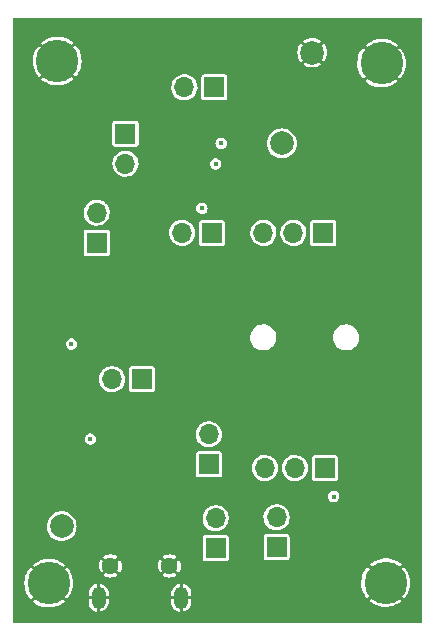
<source format=gbr>
%TF.GenerationSoftware,KiCad,Pcbnew,(6.0.9)*%
%TF.CreationDate,2022-12-23T15:52:02-08:00*%
%TF.ProjectId,pdm_mic_brd,70646d5f-6d69-4635-9f62-72642e6b6963,rev?*%
%TF.SameCoordinates,Original*%
%TF.FileFunction,Copper,L2,Inr*%
%TF.FilePolarity,Positive*%
%FSLAX46Y46*%
G04 Gerber Fmt 4.6, Leading zero omitted, Abs format (unit mm)*
G04 Created by KiCad (PCBNEW (6.0.9)) date 2022-12-23 15:52:02*
%MOMM*%
%LPD*%
G01*
G04 APERTURE LIST*
%TA.AperFunction,ComponentPad*%
%ADD10R,1.700000X1.700000*%
%TD*%
%TA.AperFunction,ComponentPad*%
%ADD11O,1.700000X1.700000*%
%TD*%
%TA.AperFunction,ComponentPad*%
%ADD12C,3.600000*%
%TD*%
%TA.AperFunction,ComponentPad*%
%ADD13C,2.000000*%
%TD*%
%TA.AperFunction,ComponentPad*%
%ADD14C,1.450000*%
%TD*%
%TA.AperFunction,ComponentPad*%
%ADD15O,1.200000X1.900000*%
%TD*%
%TA.AperFunction,ViaPad*%
%ADD16C,0.450000*%
%TD*%
G04 APERTURE END LIST*
D10*
%TO.N,Net-(J6-Pad1)*%
%TO.C,J6*%
X115555000Y-42088000D03*
D11*
%TO.N,PDAT_SMA*%
X115555000Y-44628000D03*
%TD*%
D10*
%TO.N,PDAT_SMA*%
%TO.C,J5*%
X113118000Y-51322000D03*
D11*
%TO.N,Net-(J4-Pad1)*%
X113118000Y-48782000D03*
%TD*%
D10*
%TO.N,Net-(J1-Pad1)*%
%TO.C,J1*%
X116948000Y-62889000D03*
D11*
%TO.N,Net-(C2-Pad1)*%
X114408000Y-62889000D03*
%TD*%
D12*
%TO.N,GND*%
%TO.C,H4*%
X137238000Y-36127000D03*
%TD*%
D10*
%TO.N,Net-(C6-Pad2)*%
%TO.C,J11*%
X128350000Y-77108000D03*
D11*
%TO.N,Net-(J11-Pad2)*%
X128350000Y-74568000D03*
%TD*%
D12*
%TO.N,GND*%
%TO.C,H1*%
X109792000Y-35945000D03*
%TD*%
D10*
%TO.N,Net-(J13-Pad1)*%
%TO.C,J13*%
X132309000Y-50486000D03*
D11*
%TO.N,Net-(C7-Pad2)*%
X129769000Y-50486000D03*
%TO.N,LEFT*%
X127229000Y-50486000D03*
%TD*%
D10*
%TO.N,Net-(J7-Pad1)*%
%TO.C,J7*%
X122614000Y-70090000D03*
D11*
%TO.N,PDAT_SMA*%
X122614000Y-67550000D03*
%TD*%
D13*
%TO.N,V_IN*%
%TO.C,TP1*%
X110153000Y-75324000D03*
%TD*%
D10*
%TO.N,Net-(C7-Pad2)*%
%TO.C,J10*%
X122881000Y-50500000D03*
D11*
%TO.N,Net-(J10-Pad2)*%
X120341000Y-50500000D03*
%TD*%
D10*
%TO.N,Net-(J9-Pad1)*%
%TO.C,J9*%
X123193000Y-77189000D03*
D11*
%TO.N,CLK_SMA*%
X123193000Y-74649000D03*
%TD*%
D10*
%TO.N,Net-(J8-Pad1)*%
%TO.C,J8*%
X123087000Y-38177000D03*
D11*
%TO.N,CLK_SMA*%
X120547000Y-38177000D03*
%TD*%
D13*
%TO.N,VDDA*%
%TO.C,TP3*%
X128799000Y-42912000D03*
%TD*%
D12*
%TO.N,GND*%
%TO.C,H3*%
X137576000Y-80097000D03*
%TD*%
D10*
%TO.N,Net-(J12-Pad1)*%
%TO.C,J12*%
X132436000Y-70413000D03*
D11*
%TO.N,Net-(C6-Pad2)*%
X129896000Y-70413000D03*
%TO.N,RIGHT*%
X127356000Y-70413000D03*
%TD*%
D13*
%TO.N,GND*%
%TO.C,TP2*%
X131362000Y-35232000D03*
%TD*%
D14*
%TO.N,GND*%
%TO.C,J2*%
X114283000Y-78697000D03*
D15*
X113283000Y-81397000D03*
D14*
X119283000Y-78697000D03*
D15*
X120283000Y-81397000D03*
%TD*%
D12*
%TO.N,GND*%
%TO.C,H2*%
X109064000Y-80154000D03*
%TD*%
D16*
%TO.N,GND*%
X121300000Y-47233000D03*
X131686000Y-78889500D03*
X134419000Y-57384000D03*
X111432000Y-59342000D03*
X136271000Y-48144000D03*
X136201000Y-44153000D03*
X112401000Y-72025000D03*
X115875000Y-80088000D03*
X121736000Y-37515000D03*
X110636000Y-63603000D03*
X132596000Y-79864500D03*
X121407000Y-44301000D03*
X110436000Y-44223000D03*
X118125000Y-77568000D03*
X121718000Y-38955000D03*
X114849869Y-70996993D03*
X113730000Y-59152000D03*
X114808000Y-72015000D03*
X133848000Y-72860000D03*
X113030000Y-57810000D03*
X115538000Y-66601000D03*
X110645000Y-56227000D03*
X136260000Y-49757000D03*
X111417000Y-60469000D03*
X110412000Y-49834000D03*
X133799000Y-78239000D03*
X115759000Y-74889000D03*
X122614500Y-41907496D03*
X110449000Y-42643000D03*
X131259000Y-73702000D03*
X112376000Y-70831000D03*
X136297000Y-68854000D03*
X136335000Y-72975000D03*
X117601000Y-75845000D03*
X120148000Y-45208000D03*
X136219000Y-42503000D03*
X111876000Y-67659000D03*
X136291000Y-67358000D03*
X110659000Y-61913000D03*
X136324000Y-74525000D03*
X117799000Y-80145000D03*
X117354000Y-65984000D03*
X110412000Y-48333000D03*
X115080000Y-73614000D03*
X113569126Y-68154186D03*
X110645000Y-57943000D03*
%TO.N,VDDA*%
X112594000Y-67959000D03*
X122027000Y-48415000D03*
X133190000Y-72819000D03*
%TO.N,V_PDM_L*%
X123655000Y-42917000D03*
X123194000Y-44660000D03*
%TO.N,CLK_SMA*%
X110976000Y-59898000D03*
%TD*%
%TA.AperFunction,Conductor*%
%TO.N,GND*%
G36*
X140660987Y-32310013D02*
G01*
X140679000Y-32353500D01*
X140679000Y-83470000D01*
X140660987Y-83513487D01*
X140617500Y-83531500D01*
X106096500Y-83531500D01*
X106053013Y-83513487D01*
X106035000Y-83470000D01*
X106035000Y-81693981D01*
X107708692Y-81693981D01*
X107711377Y-81700463D01*
X107852264Y-81818263D01*
X107855640Y-81820716D01*
X108089339Y-81967316D01*
X108093022Y-81969290D01*
X108344446Y-82082812D01*
X108348374Y-82084273D01*
X108612869Y-82162619D01*
X108616967Y-82163535D01*
X108889654Y-82205262D01*
X108893819Y-82205612D01*
X109169652Y-82209945D01*
X109173825Y-82209727D01*
X109447710Y-82176584D01*
X109451801Y-82175803D01*
X109718646Y-82105798D01*
X109722607Y-82104465D01*
X109977489Y-81998889D01*
X109981214Y-81997039D01*
X110219408Y-81857850D01*
X110222868Y-81855498D01*
X110304245Y-81791691D01*
X112429000Y-81791691D01*
X112429180Y-81795018D01*
X112443643Y-81928151D01*
X112445066Y-81934622D01*
X112502126Y-82104173D01*
X112504898Y-82110174D01*
X112597037Y-82263518D01*
X112601041Y-82268793D01*
X112723956Y-82398772D01*
X112728995Y-82403060D01*
X112876949Y-82503610D01*
X112882801Y-82506721D01*
X113048893Y-82573153D01*
X113055277Y-82574936D01*
X113143930Y-82589613D01*
X113153051Y-82587490D01*
X113155663Y-82583294D01*
X113410000Y-82583294D01*
X113413221Y-82591069D01*
X113421842Y-82594379D01*
X113423555Y-82594102D01*
X113596027Y-82546594D01*
X113602172Y-82544161D01*
X113760427Y-82460723D01*
X113765907Y-82457026D01*
X113902546Y-82341558D01*
X113907113Y-82336762D01*
X114015766Y-82194651D01*
X114019196Y-82188986D01*
X114094798Y-82026858D01*
X114096933Y-82020586D01*
X114136133Y-81845213D01*
X114136823Y-81840242D01*
X114136952Y-81837929D01*
X114137000Y-81836209D01*
X114137000Y-81791691D01*
X119429000Y-81791691D01*
X119429180Y-81795018D01*
X119443643Y-81928151D01*
X119445066Y-81934622D01*
X119502126Y-82104173D01*
X119504898Y-82110174D01*
X119597037Y-82263518D01*
X119601041Y-82268793D01*
X119723956Y-82398772D01*
X119728995Y-82403060D01*
X119876949Y-82503610D01*
X119882801Y-82506721D01*
X120048893Y-82573153D01*
X120055277Y-82574936D01*
X120143930Y-82589613D01*
X120153051Y-82587490D01*
X120155663Y-82583294D01*
X120410000Y-82583294D01*
X120413221Y-82591069D01*
X120421842Y-82594379D01*
X120423555Y-82594102D01*
X120596027Y-82546594D01*
X120602172Y-82544161D01*
X120760427Y-82460723D01*
X120765907Y-82457026D01*
X120902546Y-82341558D01*
X120907113Y-82336762D01*
X121015766Y-82194651D01*
X121019196Y-82188986D01*
X121094798Y-82026858D01*
X121096933Y-82020586D01*
X121136133Y-81845213D01*
X121136823Y-81840242D01*
X121136952Y-81837929D01*
X121137000Y-81836209D01*
X121137000Y-81636981D01*
X136220692Y-81636981D01*
X136223377Y-81643463D01*
X136364264Y-81761263D01*
X136367640Y-81763716D01*
X136601339Y-81910316D01*
X136605022Y-81912290D01*
X136856446Y-82025812D01*
X136860374Y-82027273D01*
X137124869Y-82105619D01*
X137128967Y-82106535D01*
X137401654Y-82148262D01*
X137405819Y-82148612D01*
X137681652Y-82152945D01*
X137685825Y-82152727D01*
X137959710Y-82119584D01*
X137963801Y-82118803D01*
X138230646Y-82048798D01*
X138234607Y-82047465D01*
X138489489Y-81941889D01*
X138493214Y-81940039D01*
X138731408Y-81800850D01*
X138734868Y-81798498D01*
X138928720Y-81646501D01*
X138933316Y-81638344D01*
X138931603Y-81632208D01*
X137584651Y-80285256D01*
X137576000Y-80281673D01*
X137567349Y-80285256D01*
X136224275Y-81628330D01*
X136220692Y-81636981D01*
X121137000Y-81636981D01*
X121137000Y-81536234D01*
X121133417Y-81527583D01*
X121124766Y-81524000D01*
X120422234Y-81524000D01*
X120413583Y-81527583D01*
X120410000Y-81536234D01*
X120410000Y-82583294D01*
X120155663Y-82583294D01*
X120156000Y-82582753D01*
X120156000Y-81536234D01*
X120152417Y-81527583D01*
X120143766Y-81524000D01*
X119441234Y-81524000D01*
X119432583Y-81527583D01*
X119429000Y-81536234D01*
X119429000Y-81791691D01*
X114137000Y-81791691D01*
X114137000Y-81536234D01*
X114133417Y-81527583D01*
X114124766Y-81524000D01*
X113422234Y-81524000D01*
X113413583Y-81527583D01*
X113410000Y-81536234D01*
X113410000Y-82583294D01*
X113155663Y-82583294D01*
X113156000Y-82582753D01*
X113156000Y-81536234D01*
X113152417Y-81527583D01*
X113143766Y-81524000D01*
X112441234Y-81524000D01*
X112432583Y-81527583D01*
X112429000Y-81536234D01*
X112429000Y-81791691D01*
X110304245Y-81791691D01*
X110416720Y-81703501D01*
X110421316Y-81695344D01*
X110419603Y-81689208D01*
X109072651Y-80342256D01*
X109064000Y-80338673D01*
X109055349Y-80342256D01*
X107712275Y-81685330D01*
X107708692Y-81693981D01*
X106035000Y-81693981D01*
X106035000Y-80134539D01*
X107005434Y-80134539D01*
X107021313Y-80409939D01*
X107021839Y-80414101D01*
X107074948Y-80684797D01*
X107076031Y-80688841D01*
X107165390Y-80949836D01*
X107167009Y-80953689D01*
X107290962Y-81200141D01*
X107293089Y-81203738D01*
X107449349Y-81431098D01*
X107451940Y-81434367D01*
X107516164Y-81504948D01*
X107523866Y-81508572D01*
X107533582Y-81504813D01*
X108875744Y-80162651D01*
X108879327Y-80154000D01*
X109248673Y-80154000D01*
X109252256Y-80162651D01*
X110596340Y-81506735D01*
X110604730Y-81510210D01*
X110613678Y-81506422D01*
X110635051Y-81484366D01*
X110637738Y-81481187D01*
X110801069Y-81258839D01*
X110801750Y-81257766D01*
X112429000Y-81257766D01*
X112432583Y-81266417D01*
X112441234Y-81270000D01*
X113143766Y-81270000D01*
X113152417Y-81266417D01*
X113156000Y-81257766D01*
X113410000Y-81257766D01*
X113413583Y-81266417D01*
X113422234Y-81270000D01*
X114124766Y-81270000D01*
X114133417Y-81266417D01*
X114137000Y-81257766D01*
X119429000Y-81257766D01*
X119432583Y-81266417D01*
X119441234Y-81270000D01*
X120143766Y-81270000D01*
X120152417Y-81266417D01*
X120156000Y-81257766D01*
X120410000Y-81257766D01*
X120413583Y-81266417D01*
X120422234Y-81270000D01*
X121124766Y-81270000D01*
X121133417Y-81266417D01*
X121137000Y-81257766D01*
X121137000Y-81002310D01*
X121136820Y-80998982D01*
X121122357Y-80865849D01*
X121120934Y-80859378D01*
X121063874Y-80689827D01*
X121061102Y-80683826D01*
X120968963Y-80530482D01*
X120964959Y-80525207D01*
X120842044Y-80395228D01*
X120837005Y-80390940D01*
X120689051Y-80290390D01*
X120683199Y-80287279D01*
X120517107Y-80220847D01*
X120510723Y-80219064D01*
X120422070Y-80204387D01*
X120412949Y-80206510D01*
X120410000Y-80211247D01*
X120410000Y-81257766D01*
X120156000Y-81257766D01*
X120156000Y-80210706D01*
X120152779Y-80202931D01*
X120144158Y-80199621D01*
X120142445Y-80199898D01*
X119969973Y-80247406D01*
X119963828Y-80249839D01*
X119805573Y-80333277D01*
X119800093Y-80336974D01*
X119663454Y-80452442D01*
X119658887Y-80457238D01*
X119550234Y-80599349D01*
X119546804Y-80605014D01*
X119471202Y-80767142D01*
X119469067Y-80773414D01*
X119429867Y-80948787D01*
X119429177Y-80953758D01*
X119429048Y-80956071D01*
X119429000Y-80957778D01*
X119429000Y-81257766D01*
X114137000Y-81257766D01*
X114137000Y-81002310D01*
X114136820Y-80998982D01*
X114122357Y-80865849D01*
X114120934Y-80859378D01*
X114063874Y-80689827D01*
X114061102Y-80683826D01*
X113968963Y-80530482D01*
X113964959Y-80525207D01*
X113842044Y-80395228D01*
X113837005Y-80390940D01*
X113689051Y-80290390D01*
X113683199Y-80287279D01*
X113517107Y-80220847D01*
X113510723Y-80219064D01*
X113422070Y-80204387D01*
X113412949Y-80206510D01*
X113410000Y-80211247D01*
X113410000Y-81257766D01*
X113156000Y-81257766D01*
X113156000Y-80210706D01*
X113152779Y-80202931D01*
X113144158Y-80199621D01*
X113142445Y-80199898D01*
X112969973Y-80247406D01*
X112963828Y-80249839D01*
X112805573Y-80333277D01*
X112800093Y-80336974D01*
X112663454Y-80452442D01*
X112658887Y-80457238D01*
X112550234Y-80599349D01*
X112546804Y-80605014D01*
X112471202Y-80767142D01*
X112469067Y-80773414D01*
X112429867Y-80948787D01*
X112429177Y-80953758D01*
X112429048Y-80956071D01*
X112429000Y-80957778D01*
X112429000Y-81257766D01*
X110801750Y-81257766D01*
X110803299Y-81255324D01*
X110934934Y-81012883D01*
X110936675Y-81009080D01*
X111034192Y-80751010D01*
X111035395Y-80747025D01*
X111096985Y-80478112D01*
X111097639Y-80473980D01*
X111122242Y-80198307D01*
X111122361Y-80195918D01*
X111122787Y-80155210D01*
X111122718Y-80152793D01*
X111117588Y-80077539D01*
X135517434Y-80077539D01*
X135533313Y-80352939D01*
X135533839Y-80357101D01*
X135586948Y-80627797D01*
X135588031Y-80631841D01*
X135677390Y-80892836D01*
X135679009Y-80896689D01*
X135802962Y-81143141D01*
X135805089Y-81146738D01*
X135961349Y-81374098D01*
X135963940Y-81377367D01*
X136028164Y-81447948D01*
X136035866Y-81451572D01*
X136045582Y-81447813D01*
X137387744Y-80105651D01*
X137391327Y-80097000D01*
X137760673Y-80097000D01*
X137764256Y-80105651D01*
X139108340Y-81449735D01*
X139116730Y-81453210D01*
X139125678Y-81449422D01*
X139147051Y-81427366D01*
X139149738Y-81424187D01*
X139313069Y-81201839D01*
X139315299Y-81198324D01*
X139446934Y-80955883D01*
X139448675Y-80952080D01*
X139546192Y-80694010D01*
X139547395Y-80690025D01*
X139608985Y-80421112D01*
X139609639Y-80416980D01*
X139634242Y-80141308D01*
X139634361Y-80138918D01*
X139634787Y-80098210D01*
X139634718Y-80095793D01*
X139615894Y-79819666D01*
X139615329Y-79815546D01*
X139559385Y-79545407D01*
X139558256Y-79541363D01*
X139466171Y-79281324D01*
X139464515Y-79277496D01*
X139337984Y-79032345D01*
X139335820Y-79028773D01*
X139177192Y-78803068D01*
X139174560Y-78799819D01*
X139124234Y-78745661D01*
X139116322Y-78742039D01*
X139106841Y-78745764D01*
X137764256Y-80088349D01*
X137760673Y-80097000D01*
X137391327Y-80097000D01*
X137387744Y-80088349D01*
X136044282Y-78744887D01*
X136036068Y-78741485D01*
X136026921Y-78745414D01*
X135991107Y-78783153D01*
X135988447Y-78786368D01*
X135827459Y-79010408D01*
X135825266Y-79013944D01*
X135696168Y-79257769D01*
X135694475Y-79261574D01*
X135599667Y-79520647D01*
X135598501Y-79524659D01*
X135539732Y-79794199D01*
X135539122Y-79798332D01*
X135517478Y-80073343D01*
X135517434Y-80077539D01*
X111117588Y-80077539D01*
X111103894Y-79876666D01*
X111103329Y-79872546D01*
X111047385Y-79602407D01*
X111046256Y-79598363D01*
X111002253Y-79474102D01*
X113690571Y-79474102D01*
X113693330Y-79480763D01*
X113719275Y-79502844D01*
X113724196Y-79506264D01*
X113886538Y-79596994D01*
X113892020Y-79599389D01*
X114068895Y-79656859D01*
X114074748Y-79658146D01*
X114259414Y-79680165D01*
X114265391Y-79680291D01*
X114450826Y-79666023D01*
X114456723Y-79664983D01*
X114635846Y-79614970D01*
X114641426Y-79612806D01*
X114807424Y-79528955D01*
X114812486Y-79525743D01*
X114870018Y-79480794D01*
X114873805Y-79474102D01*
X118690571Y-79474102D01*
X118693330Y-79480763D01*
X118719275Y-79502844D01*
X118724196Y-79506264D01*
X118886538Y-79596994D01*
X118892020Y-79599389D01*
X119068895Y-79656859D01*
X119074748Y-79658146D01*
X119259414Y-79680165D01*
X119265391Y-79680291D01*
X119450826Y-79666023D01*
X119456723Y-79664983D01*
X119635846Y-79614970D01*
X119641426Y-79612806D01*
X119807424Y-79528955D01*
X119812486Y-79525743D01*
X119870018Y-79480794D01*
X119874629Y-79472645D01*
X119872937Y-79466542D01*
X119291651Y-78885256D01*
X119283000Y-78881673D01*
X119274349Y-78885256D01*
X118694154Y-79465451D01*
X118690571Y-79474102D01*
X114873805Y-79474102D01*
X114874629Y-79472645D01*
X114872937Y-79466542D01*
X114291651Y-78885256D01*
X114283000Y-78881673D01*
X114274349Y-78885256D01*
X113694154Y-79465451D01*
X113690571Y-79474102D01*
X111002253Y-79474102D01*
X110954171Y-79338324D01*
X110952515Y-79334496D01*
X110825984Y-79089345D01*
X110823820Y-79085773D01*
X110665192Y-78860068D01*
X110662560Y-78856819D01*
X110612234Y-78802661D01*
X110604322Y-78799039D01*
X110594841Y-78802764D01*
X109252256Y-80145349D01*
X109248673Y-80154000D01*
X108879327Y-80154000D01*
X108875744Y-80145349D01*
X107532282Y-78801887D01*
X107524068Y-78798485D01*
X107514921Y-78802414D01*
X107479107Y-78840153D01*
X107476447Y-78843368D01*
X107315459Y-79067408D01*
X107313266Y-79070944D01*
X107184168Y-79314769D01*
X107182475Y-79318574D01*
X107087667Y-79577647D01*
X107086501Y-79581659D01*
X107027732Y-79851199D01*
X107027122Y-79855332D01*
X107005478Y-80130343D01*
X107005434Y-80134539D01*
X106035000Y-80134539D01*
X106035000Y-78613422D01*
X107707509Y-78613422D01*
X107709344Y-78619739D01*
X109055349Y-79965744D01*
X109064000Y-79969327D01*
X109072651Y-79965744D01*
X110352131Y-78686264D01*
X113299611Y-78686264D01*
X113315173Y-78871588D01*
X113316251Y-78877468D01*
X113367517Y-79056254D01*
X113369717Y-79061809D01*
X113454729Y-79227223D01*
X113457972Y-79232255D01*
X113499083Y-79284124D01*
X113507267Y-79288678D01*
X113513489Y-79286906D01*
X114094744Y-78705651D01*
X114098327Y-78697000D01*
X114467673Y-78697000D01*
X114471256Y-78705651D01*
X115051708Y-79286103D01*
X115059131Y-79289178D01*
X115069121Y-79284604D01*
X115084889Y-79266337D01*
X115088344Y-79261439D01*
X115180204Y-79099735D01*
X115182636Y-79094273D01*
X115241342Y-78917798D01*
X115242668Y-78911961D01*
X115266138Y-78726171D01*
X115266377Y-78722753D01*
X115266713Y-78698722D01*
X115266569Y-78695282D01*
X115265685Y-78686264D01*
X118299611Y-78686264D01*
X118315173Y-78871588D01*
X118316251Y-78877468D01*
X118367517Y-79056254D01*
X118369717Y-79061809D01*
X118454729Y-79227223D01*
X118457972Y-79232255D01*
X118499083Y-79284124D01*
X118507267Y-79288678D01*
X118513489Y-79286906D01*
X119094744Y-78705651D01*
X119098327Y-78697000D01*
X119467673Y-78697000D01*
X119471256Y-78705651D01*
X120051708Y-79286103D01*
X120059131Y-79289178D01*
X120069121Y-79284604D01*
X120084889Y-79266337D01*
X120088344Y-79261439D01*
X120180204Y-79099735D01*
X120182636Y-79094273D01*
X120241342Y-78917798D01*
X120242668Y-78911961D01*
X120266138Y-78726171D01*
X120266377Y-78722753D01*
X120266713Y-78698722D01*
X120266569Y-78695282D01*
X120252954Y-78556422D01*
X136219509Y-78556422D01*
X136221344Y-78562739D01*
X137567349Y-79908744D01*
X137576000Y-79912327D01*
X137584651Y-79908744D01*
X138928221Y-78565174D01*
X138931804Y-78556523D01*
X138929205Y-78550248D01*
X138770244Y-78420141D01*
X138766840Y-78417721D01*
X138531617Y-78273577D01*
X138527919Y-78271643D01*
X138275318Y-78160760D01*
X138271375Y-78159340D01*
X138006067Y-78083765D01*
X138001968Y-78082894D01*
X137728867Y-78044026D01*
X137724680Y-78043718D01*
X137448826Y-78042274D01*
X137444648Y-78042537D01*
X137171139Y-78078545D01*
X137167041Y-78079371D01*
X136900953Y-78152164D01*
X136897002Y-78153540D01*
X136643247Y-78261776D01*
X136639530Y-78263670D01*
X136402814Y-78405341D01*
X136399374Y-78407733D01*
X136224019Y-78548218D01*
X136219509Y-78556422D01*
X120252954Y-78556422D01*
X120248296Y-78508920D01*
X120247133Y-78503045D01*
X120193378Y-78325002D01*
X120191100Y-78319475D01*
X120103789Y-78155268D01*
X120100471Y-78150273D01*
X120067262Y-78109556D01*
X120059017Y-78105116D01*
X120052548Y-78107057D01*
X119471256Y-78688349D01*
X119467673Y-78697000D01*
X119098327Y-78697000D01*
X119094744Y-78688349D01*
X118514773Y-78108378D01*
X118506122Y-78104795D01*
X118499605Y-78107494D01*
X118473238Y-78138918D01*
X118469857Y-78143855D01*
X118380260Y-78306834D01*
X118377905Y-78312329D01*
X118321670Y-78489600D01*
X118320425Y-78495460D01*
X118299694Y-78680278D01*
X118299611Y-78686264D01*
X115265685Y-78686264D01*
X115248296Y-78508920D01*
X115247133Y-78503045D01*
X115193378Y-78325002D01*
X115191100Y-78319475D01*
X115103789Y-78155268D01*
X115100471Y-78150273D01*
X115067262Y-78109556D01*
X115059017Y-78105116D01*
X115052548Y-78107057D01*
X114471256Y-78688349D01*
X114467673Y-78697000D01*
X114098327Y-78697000D01*
X114094744Y-78688349D01*
X113514773Y-78108378D01*
X113506122Y-78104795D01*
X113499605Y-78107494D01*
X113473238Y-78138918D01*
X113469857Y-78143855D01*
X113380260Y-78306834D01*
X113377905Y-78312329D01*
X113321670Y-78489600D01*
X113320425Y-78495460D01*
X113299694Y-78680278D01*
X113299611Y-78686264D01*
X110352131Y-78686264D01*
X110416221Y-78622174D01*
X110419804Y-78613523D01*
X110417205Y-78607248D01*
X110258244Y-78477141D01*
X110254840Y-78474721D01*
X110019617Y-78330577D01*
X110015919Y-78328643D01*
X109763318Y-78217760D01*
X109759375Y-78216340D01*
X109494067Y-78140765D01*
X109489968Y-78139894D01*
X109216867Y-78101026D01*
X109212680Y-78100718D01*
X108936826Y-78099274D01*
X108932648Y-78099537D01*
X108659139Y-78135545D01*
X108655041Y-78136371D01*
X108388953Y-78209164D01*
X108385002Y-78210540D01*
X108131247Y-78318776D01*
X108127530Y-78320670D01*
X107890814Y-78462341D01*
X107887374Y-78464733D01*
X107712019Y-78605218D01*
X107707509Y-78613422D01*
X106035000Y-78613422D01*
X106035000Y-77921140D01*
X113691236Y-77921140D01*
X113693092Y-77927487D01*
X114274349Y-78508744D01*
X114283000Y-78512327D01*
X114291651Y-78508744D01*
X114871431Y-77928964D01*
X114874671Y-77921140D01*
X118691236Y-77921140D01*
X118693092Y-77927487D01*
X119274349Y-78508744D01*
X119283000Y-78512327D01*
X119291651Y-78508744D01*
X119871431Y-77928964D01*
X119875014Y-77920313D01*
X119872373Y-77913935D01*
X119835418Y-77883363D01*
X119830451Y-77880013D01*
X119666857Y-77791559D01*
X119661345Y-77789241D01*
X119483675Y-77734244D01*
X119477821Y-77733042D01*
X119292855Y-77713601D01*
X119286878Y-77713559D01*
X119101664Y-77730415D01*
X119095779Y-77731538D01*
X118917375Y-77784045D01*
X118911819Y-77786289D01*
X118747008Y-77872450D01*
X118741994Y-77875732D01*
X118695732Y-77912928D01*
X118691236Y-77921140D01*
X114874671Y-77921140D01*
X114875014Y-77920313D01*
X114872373Y-77913935D01*
X114835418Y-77883363D01*
X114830451Y-77880013D01*
X114666857Y-77791559D01*
X114661345Y-77789241D01*
X114483675Y-77734244D01*
X114477821Y-77733042D01*
X114292855Y-77713601D01*
X114286878Y-77713559D01*
X114101664Y-77730415D01*
X114095779Y-77731538D01*
X113917375Y-77784045D01*
X113911819Y-77786289D01*
X113747008Y-77872450D01*
X113741994Y-77875732D01*
X113695732Y-77912928D01*
X113691236Y-77921140D01*
X106035000Y-77921140D01*
X106035000Y-75324000D01*
X108893708Y-75324000D01*
X108893942Y-75326675D01*
X108907544Y-75482147D01*
X108912839Y-75542674D01*
X108940439Y-75645678D01*
X108968056Y-75748742D01*
X108969653Y-75754703D01*
X109062421Y-75953646D01*
X109188326Y-76133457D01*
X109343543Y-76288674D01*
X109523354Y-76414579D01*
X109525781Y-76415711D01*
X109525785Y-76415713D01*
X109668283Y-76482160D01*
X109722297Y-76507347D01*
X109724894Y-76508043D01*
X109724897Y-76508044D01*
X109809352Y-76530674D01*
X109934326Y-76564161D01*
X109936993Y-76564394D01*
X109936997Y-76564395D01*
X110150325Y-76583058D01*
X110153000Y-76583292D01*
X110155675Y-76583058D01*
X110369003Y-76564395D01*
X110369007Y-76564394D01*
X110371674Y-76564161D01*
X110496648Y-76530674D01*
X110581103Y-76508044D01*
X110581106Y-76508043D01*
X110583703Y-76507347D01*
X110637717Y-76482160D01*
X110780215Y-76415713D01*
X110780219Y-76415711D01*
X110782646Y-76414579D01*
X110926383Y-76313933D01*
X122088500Y-76313933D01*
X122088501Y-78064066D01*
X122103266Y-78138301D01*
X122159516Y-78222484D01*
X122243699Y-78278734D01*
X122317933Y-78293500D01*
X123192855Y-78293500D01*
X124068066Y-78293499D01*
X124142301Y-78278734D01*
X124226484Y-78222484D01*
X124282734Y-78138301D01*
X124297500Y-78064067D01*
X124297499Y-76313934D01*
X124282734Y-76239699D01*
X124278213Y-76232933D01*
X127245500Y-76232933D01*
X127245501Y-77983066D01*
X127260266Y-78057301D01*
X127316516Y-78141484D01*
X127321552Y-78144849D01*
X127332500Y-78152164D01*
X127400699Y-78197734D01*
X127474933Y-78212500D01*
X128349855Y-78212500D01*
X129225066Y-78212499D01*
X129299301Y-78197734D01*
X129383484Y-78141484D01*
X129439734Y-78057301D01*
X129454500Y-77983067D01*
X129454499Y-76232934D01*
X129439734Y-76158699D01*
X129383484Y-76074516D01*
X129299301Y-76018266D01*
X129225067Y-76003500D01*
X128350145Y-76003500D01*
X127474934Y-76003501D01*
X127400699Y-76018266D01*
X127316516Y-76074516D01*
X127260266Y-76158699D01*
X127245500Y-76232933D01*
X124278213Y-76232933D01*
X124226484Y-76155516D01*
X124142301Y-76099266D01*
X124068067Y-76084500D01*
X123193145Y-76084500D01*
X122317934Y-76084501D01*
X122243699Y-76099266D01*
X122159516Y-76155516D01*
X122103266Y-76239699D01*
X122088500Y-76313933D01*
X110926383Y-76313933D01*
X110962457Y-76288674D01*
X111117674Y-76133457D01*
X111243579Y-75953646D01*
X111336347Y-75754703D01*
X111337945Y-75748742D01*
X111365561Y-75645678D01*
X111393161Y-75542674D01*
X111398457Y-75482147D01*
X111412058Y-75326675D01*
X111412292Y-75324000D01*
X111401760Y-75203616D01*
X111393395Y-75107997D01*
X111393394Y-75107993D01*
X111393161Y-75105326D01*
X111349082Y-74940825D01*
X111337044Y-74895897D01*
X111337043Y-74895894D01*
X111336347Y-74893297D01*
X111264263Y-74738711D01*
X111244713Y-74696785D01*
X111244711Y-74696781D01*
X111243579Y-74694354D01*
X111191491Y-74619964D01*
X122084148Y-74619964D01*
X122097424Y-74822522D01*
X122098115Y-74825245D01*
X122098116Y-74825248D01*
X122146687Y-75016492D01*
X122147392Y-75019269D01*
X122148569Y-75021822D01*
X122148570Y-75021825D01*
X122228993Y-75196276D01*
X122232377Y-75203616D01*
X122349533Y-75369389D01*
X122351550Y-75371354D01*
X122351551Y-75371355D01*
X122492922Y-75509072D01*
X122492927Y-75509076D01*
X122494938Y-75511035D01*
X122663720Y-75623812D01*
X122666308Y-75624924D01*
X122666310Y-75624925D01*
X122764525Y-75667121D01*
X122850228Y-75703942D01*
X122852971Y-75704563D01*
X122852975Y-75704564D01*
X123045470Y-75748121D01*
X123045474Y-75748121D01*
X123048216Y-75748742D01*
X123051024Y-75748852D01*
X123051029Y-75748853D01*
X123163777Y-75753283D01*
X123251053Y-75756712D01*
X123253838Y-75756308D01*
X123253841Y-75756308D01*
X123393416Y-75736070D01*
X123451945Y-75727584D01*
X123644165Y-75662334D01*
X123821276Y-75563147D01*
X123823437Y-75561350D01*
X123823441Y-75561347D01*
X123975182Y-75435144D01*
X123977345Y-75433345D01*
X124032451Y-75367088D01*
X124105347Y-75279441D01*
X124105350Y-75279437D01*
X124107147Y-75277276D01*
X124206334Y-75100165D01*
X124271584Y-74907945D01*
X124300712Y-74707053D01*
X124302232Y-74649000D01*
X124292121Y-74538964D01*
X127241148Y-74538964D01*
X127254424Y-74741522D01*
X127255115Y-74744245D01*
X127255116Y-74744248D01*
X127296691Y-74907945D01*
X127304392Y-74938269D01*
X127305569Y-74940822D01*
X127305570Y-74940825D01*
X127388198Y-75120059D01*
X127389377Y-75122616D01*
X127506533Y-75288389D01*
X127508550Y-75290354D01*
X127508551Y-75290355D01*
X127649922Y-75428072D01*
X127649927Y-75428076D01*
X127651938Y-75430035D01*
X127820720Y-75542812D01*
X127823308Y-75543924D01*
X127823310Y-75543925D01*
X127949409Y-75598101D01*
X128007228Y-75622942D01*
X128009971Y-75623563D01*
X128009975Y-75623564D01*
X128202470Y-75667121D01*
X128202474Y-75667121D01*
X128205216Y-75667742D01*
X128208024Y-75667852D01*
X128208029Y-75667853D01*
X128320777Y-75672283D01*
X128408053Y-75675712D01*
X128410838Y-75675308D01*
X128410841Y-75675308D01*
X128550416Y-75655070D01*
X128608945Y-75646584D01*
X128801165Y-75581334D01*
X128978276Y-75482147D01*
X128980437Y-75480350D01*
X128980441Y-75480347D01*
X129132182Y-75354144D01*
X129134345Y-75352345D01*
X129155695Y-75326675D01*
X129262347Y-75198441D01*
X129262350Y-75198437D01*
X129264147Y-75196276D01*
X129363334Y-75019165D01*
X129428584Y-74826945D01*
X129457712Y-74626053D01*
X129459232Y-74568000D01*
X129440658Y-74365859D01*
X129438816Y-74359326D01*
X129386322Y-74173200D01*
X129385557Y-74170487D01*
X129334607Y-74067169D01*
X129297022Y-73990954D01*
X129297020Y-73990951D01*
X129295776Y-73988428D01*
X129174320Y-73825779D01*
X129172252Y-73823867D01*
X129172249Y-73823864D01*
X129027325Y-73689898D01*
X129025258Y-73687987D01*
X128853581Y-73579667D01*
X128825000Y-73568264D01*
X128667658Y-73505491D01*
X128667659Y-73505491D01*
X128665039Y-73504446D01*
X128662275Y-73503896D01*
X128662271Y-73503895D01*
X128468716Y-73465395D01*
X128465946Y-73464844D01*
X128463126Y-73464807D01*
X128463125Y-73464807D01*
X128408748Y-73464095D01*
X128262971Y-73462187D01*
X128260202Y-73462663D01*
X128260200Y-73462663D01*
X128065683Y-73496087D01*
X128065678Y-73496088D01*
X128062910Y-73496564D01*
X128060272Y-73497537D01*
X128060269Y-73497538D01*
X127875105Y-73565849D01*
X127875102Y-73565850D01*
X127872463Y-73566824D01*
X127698010Y-73670612D01*
X127695897Y-73672465D01*
X127695893Y-73672468D01*
X127547510Y-73802597D01*
X127547507Y-73802600D01*
X127545392Y-73804455D01*
X127526800Y-73828039D01*
X127421467Y-73961652D01*
X127421464Y-73961657D01*
X127419720Y-73963869D01*
X127325203Y-74143515D01*
X127324367Y-74146208D01*
X127324366Y-74146210D01*
X127300827Y-74222018D01*
X127265007Y-74337378D01*
X127241148Y-74538964D01*
X124292121Y-74538964D01*
X124283658Y-74446859D01*
X124275626Y-74418378D01*
X124229322Y-74254200D01*
X124228557Y-74251487D01*
X124214025Y-74222018D01*
X124140022Y-74071954D01*
X124140020Y-74071951D01*
X124138776Y-74069428D01*
X124078290Y-73988428D01*
X124019008Y-73909039D01*
X124019006Y-73909037D01*
X124017320Y-73906779D01*
X124015252Y-73904867D01*
X124015249Y-73904864D01*
X123870325Y-73770898D01*
X123868258Y-73768987D01*
X123696581Y-73660667D01*
X123668000Y-73649264D01*
X123510658Y-73586491D01*
X123510659Y-73586491D01*
X123508039Y-73585446D01*
X123505275Y-73584896D01*
X123505271Y-73584895D01*
X123311716Y-73546395D01*
X123308946Y-73545844D01*
X123306126Y-73545807D01*
X123306125Y-73545807D01*
X123251748Y-73545095D01*
X123105971Y-73543187D01*
X123103202Y-73543663D01*
X123103200Y-73543663D01*
X122908683Y-73577087D01*
X122908678Y-73577088D01*
X122905910Y-73577564D01*
X122903272Y-73578537D01*
X122903269Y-73578538D01*
X122718105Y-73646849D01*
X122718102Y-73646850D01*
X122715463Y-73647824D01*
X122541010Y-73751612D01*
X122538897Y-73753465D01*
X122538893Y-73753468D01*
X122390510Y-73883597D01*
X122390507Y-73883600D01*
X122388392Y-73885455D01*
X122369800Y-73909039D01*
X122264467Y-74042652D01*
X122264464Y-74042657D01*
X122262720Y-74044869D01*
X122168203Y-74224515D01*
X122167367Y-74227208D01*
X122167366Y-74227210D01*
X122133993Y-74334689D01*
X122108007Y-74418378D01*
X122107676Y-74421173D01*
X122107676Y-74421174D01*
X122090512Y-74566197D01*
X122084148Y-74619964D01*
X111191491Y-74619964D01*
X111117674Y-74514543D01*
X110962457Y-74359326D01*
X110782646Y-74233421D01*
X110780219Y-74232289D01*
X110780215Y-74232287D01*
X110595620Y-74146210D01*
X110583703Y-74140653D01*
X110581106Y-74139957D01*
X110581103Y-74139956D01*
X110496648Y-74117326D01*
X110371674Y-74083839D01*
X110369007Y-74083606D01*
X110369003Y-74083605D01*
X110155675Y-74064942D01*
X110153000Y-74064708D01*
X110150325Y-74064942D01*
X109936997Y-74083605D01*
X109936993Y-74083606D01*
X109934326Y-74083839D01*
X109809352Y-74117326D01*
X109724897Y-74139956D01*
X109724894Y-74139957D01*
X109722297Y-74140653D01*
X109710380Y-74146210D01*
X109525785Y-74232287D01*
X109525781Y-74232289D01*
X109523354Y-74233421D01*
X109343543Y-74359326D01*
X109188326Y-74514543D01*
X109062421Y-74694354D01*
X109061289Y-74696781D01*
X109061287Y-74696785D01*
X109041737Y-74738711D01*
X108969653Y-74893297D01*
X108968957Y-74895894D01*
X108968956Y-74895897D01*
X108956918Y-74940825D01*
X108912839Y-75105326D01*
X108912606Y-75107993D01*
X108912605Y-75107997D01*
X108904240Y-75203616D01*
X108893708Y-75324000D01*
X106035000Y-75324000D01*
X106035000Y-72813082D01*
X132705605Y-72813082D01*
X132723414Y-72949273D01*
X132778732Y-73074992D01*
X132867111Y-73180132D01*
X132870759Y-73182561D01*
X132870761Y-73182562D01*
X132879637Y-73188470D01*
X132981447Y-73256240D01*
X132985626Y-73257546D01*
X132985629Y-73257547D01*
X133108367Y-73295893D01*
X133108371Y-73295894D01*
X133112549Y-73297199D01*
X133177247Y-73298385D01*
X133245494Y-73299636D01*
X133245496Y-73299636D01*
X133249876Y-73299716D01*
X133382391Y-73263589D01*
X133386120Y-73261299D01*
X133386123Y-73261298D01*
X133495703Y-73194015D01*
X133499439Y-73191721D01*
X133507730Y-73182562D01*
X133588671Y-73093139D01*
X133591612Y-73089890D01*
X133651499Y-72966283D01*
X133674286Y-72830836D01*
X133674431Y-72819000D01*
X133674095Y-72816653D01*
X133655580Y-72687371D01*
X133655580Y-72687370D01*
X133654959Y-72683036D01*
X133598110Y-72558003D01*
X133508453Y-72453951D01*
X133393196Y-72379244D01*
X133388999Y-72377989D01*
X133388997Y-72377988D01*
X133265800Y-72341145D01*
X133265799Y-72341145D01*
X133261603Y-72339890D01*
X133257223Y-72339863D01*
X133257221Y-72339863D01*
X133192073Y-72339465D01*
X133124255Y-72339051D01*
X132992192Y-72376795D01*
X132876031Y-72450087D01*
X132873132Y-72453369D01*
X132873129Y-72453372D01*
X132872618Y-72453951D01*
X132785109Y-72553036D01*
X132726736Y-72677366D01*
X132705605Y-72813082D01*
X106035000Y-72813082D01*
X106035000Y-69214933D01*
X121509500Y-69214933D01*
X121509501Y-70965066D01*
X121524266Y-71039301D01*
X121580516Y-71123484D01*
X121664699Y-71179734D01*
X121738933Y-71194500D01*
X122613855Y-71194500D01*
X123489066Y-71194499D01*
X123563301Y-71179734D01*
X123647484Y-71123484D01*
X123703734Y-71039301D01*
X123718500Y-70965067D01*
X123718500Y-70383964D01*
X126247148Y-70383964D01*
X126260424Y-70586522D01*
X126261115Y-70589245D01*
X126261116Y-70589248D01*
X126282797Y-70674614D01*
X126310392Y-70783269D01*
X126311569Y-70785822D01*
X126311570Y-70785825D01*
X126348822Y-70866630D01*
X126395377Y-70967616D01*
X126512533Y-71133389D01*
X126514550Y-71135354D01*
X126514551Y-71135355D01*
X126655922Y-71273072D01*
X126655927Y-71273076D01*
X126657938Y-71275035D01*
X126826720Y-71387812D01*
X126829308Y-71388924D01*
X126829310Y-71388925D01*
X126951561Y-71441448D01*
X127013228Y-71467942D01*
X127015971Y-71468563D01*
X127015975Y-71468564D01*
X127208470Y-71512121D01*
X127208474Y-71512121D01*
X127211216Y-71512742D01*
X127214024Y-71512852D01*
X127214029Y-71512853D01*
X127326777Y-71517283D01*
X127414053Y-71520712D01*
X127416838Y-71520308D01*
X127416841Y-71520308D01*
X127561267Y-71499367D01*
X127614945Y-71491584D01*
X127807165Y-71426334D01*
X127984276Y-71327147D01*
X127986437Y-71325350D01*
X127986441Y-71325347D01*
X128138182Y-71199144D01*
X128140345Y-71197345D01*
X128154992Y-71179734D01*
X128268347Y-71043441D01*
X128268350Y-71043437D01*
X128270147Y-71041276D01*
X128369334Y-70864165D01*
X128434584Y-70671945D01*
X128463712Y-70471053D01*
X128465232Y-70413000D01*
X128462564Y-70383964D01*
X128787148Y-70383964D01*
X128800424Y-70586522D01*
X128801115Y-70589245D01*
X128801116Y-70589248D01*
X128822797Y-70674614D01*
X128850392Y-70783269D01*
X128851569Y-70785822D01*
X128851570Y-70785825D01*
X128888822Y-70866630D01*
X128935377Y-70967616D01*
X129052533Y-71133389D01*
X129054550Y-71135354D01*
X129054551Y-71135355D01*
X129195922Y-71273072D01*
X129195927Y-71273076D01*
X129197938Y-71275035D01*
X129366720Y-71387812D01*
X129369308Y-71388924D01*
X129369310Y-71388925D01*
X129491561Y-71441448D01*
X129553228Y-71467942D01*
X129555971Y-71468563D01*
X129555975Y-71468564D01*
X129748470Y-71512121D01*
X129748474Y-71512121D01*
X129751216Y-71512742D01*
X129754024Y-71512852D01*
X129754029Y-71512853D01*
X129866777Y-71517283D01*
X129954053Y-71520712D01*
X129956838Y-71520308D01*
X129956841Y-71520308D01*
X130101267Y-71499367D01*
X130154945Y-71491584D01*
X130347165Y-71426334D01*
X130524276Y-71327147D01*
X130526437Y-71325350D01*
X130526441Y-71325347D01*
X130678182Y-71199144D01*
X130680345Y-71197345D01*
X130694992Y-71179734D01*
X130808347Y-71043441D01*
X130808350Y-71043437D01*
X130810147Y-71041276D01*
X130909334Y-70864165D01*
X130974584Y-70671945D01*
X131003712Y-70471053D01*
X131005232Y-70413000D01*
X130986658Y-70210859D01*
X130978626Y-70182378D01*
X130932322Y-70018200D01*
X130931557Y-70015487D01*
X130841776Y-69833428D01*
X130720320Y-69670779D01*
X130718252Y-69668867D01*
X130718249Y-69668864D01*
X130579881Y-69540958D01*
X130576609Y-69537933D01*
X131331500Y-69537933D01*
X131331501Y-71288066D01*
X131346266Y-71362301D01*
X131402516Y-71446484D01*
X131486699Y-71502734D01*
X131560933Y-71517500D01*
X132435855Y-71517500D01*
X133311066Y-71517499D01*
X133385301Y-71502734D01*
X133469484Y-71446484D01*
X133525734Y-71362301D01*
X133540500Y-71288067D01*
X133540499Y-69537934D01*
X133525734Y-69463699D01*
X133469484Y-69379516D01*
X133385301Y-69323266D01*
X133311067Y-69308500D01*
X132436145Y-69308500D01*
X131560934Y-69308501D01*
X131486699Y-69323266D01*
X131402516Y-69379516D01*
X131346266Y-69463699D01*
X131331500Y-69537933D01*
X130576609Y-69537933D01*
X130571258Y-69532987D01*
X130399581Y-69424667D01*
X130371000Y-69413264D01*
X130213658Y-69350491D01*
X130213659Y-69350491D01*
X130211039Y-69349446D01*
X130208275Y-69348896D01*
X130208271Y-69348895D01*
X130014716Y-69310395D01*
X130011946Y-69309844D01*
X130009126Y-69309807D01*
X130009125Y-69309807D01*
X129954422Y-69309091D01*
X129808971Y-69307187D01*
X129806202Y-69307663D01*
X129806200Y-69307663D01*
X129611683Y-69341087D01*
X129611678Y-69341088D01*
X129608910Y-69341564D01*
X129606272Y-69342537D01*
X129606269Y-69342538D01*
X129421105Y-69410849D01*
X129421102Y-69410850D01*
X129418463Y-69411824D01*
X129244010Y-69515612D01*
X129241897Y-69517465D01*
X129241893Y-69517468D01*
X129093510Y-69647597D01*
X129093507Y-69647600D01*
X129091392Y-69649455D01*
X129072800Y-69673039D01*
X128967467Y-69806652D01*
X128967464Y-69806657D01*
X128965720Y-69808869D01*
X128871203Y-69988515D01*
X128870367Y-69991208D01*
X128870366Y-69991210D01*
X128823314Y-70142742D01*
X128811007Y-70182378D01*
X128787148Y-70383964D01*
X128462564Y-70383964D01*
X128446658Y-70210859D01*
X128438626Y-70182378D01*
X128392322Y-70018200D01*
X128391557Y-70015487D01*
X128301776Y-69833428D01*
X128180320Y-69670779D01*
X128178252Y-69668867D01*
X128178249Y-69668864D01*
X128039881Y-69540958D01*
X128031258Y-69532987D01*
X127859581Y-69424667D01*
X127831000Y-69413264D01*
X127673658Y-69350491D01*
X127673659Y-69350491D01*
X127671039Y-69349446D01*
X127668275Y-69348896D01*
X127668271Y-69348895D01*
X127474716Y-69310395D01*
X127471946Y-69309844D01*
X127469126Y-69309807D01*
X127469125Y-69309807D01*
X127414422Y-69309091D01*
X127268971Y-69307187D01*
X127266202Y-69307663D01*
X127266200Y-69307663D01*
X127071683Y-69341087D01*
X127071678Y-69341088D01*
X127068910Y-69341564D01*
X127066272Y-69342537D01*
X127066269Y-69342538D01*
X126881105Y-69410849D01*
X126881102Y-69410850D01*
X126878463Y-69411824D01*
X126704010Y-69515612D01*
X126701897Y-69517465D01*
X126701893Y-69517468D01*
X126553510Y-69647597D01*
X126553507Y-69647600D01*
X126551392Y-69649455D01*
X126532800Y-69673039D01*
X126427467Y-69806652D01*
X126427464Y-69806657D01*
X126425720Y-69808869D01*
X126331203Y-69988515D01*
X126330367Y-69991208D01*
X126330366Y-69991210D01*
X126283314Y-70142742D01*
X126271007Y-70182378D01*
X126247148Y-70383964D01*
X123718500Y-70383964D01*
X123718499Y-69214934D01*
X123703734Y-69140699D01*
X123647484Y-69056516D01*
X123563301Y-69000266D01*
X123489067Y-68985500D01*
X122614145Y-68985500D01*
X121738934Y-68985501D01*
X121664699Y-69000266D01*
X121580516Y-69056516D01*
X121524266Y-69140699D01*
X121509500Y-69214933D01*
X106035000Y-69214933D01*
X106035000Y-67953082D01*
X112109605Y-67953082D01*
X112127414Y-68089273D01*
X112182732Y-68214992D01*
X112271111Y-68320132D01*
X112274759Y-68322561D01*
X112274761Y-68322562D01*
X112372437Y-68387580D01*
X112385447Y-68396240D01*
X112389626Y-68397546D01*
X112389629Y-68397547D01*
X112512367Y-68435893D01*
X112512371Y-68435894D01*
X112516549Y-68437199D01*
X112581247Y-68438385D01*
X112649494Y-68439636D01*
X112649496Y-68439636D01*
X112653876Y-68439716D01*
X112786391Y-68403589D01*
X112790120Y-68401299D01*
X112790123Y-68401298D01*
X112899703Y-68334015D01*
X112903439Y-68331721D01*
X112911730Y-68322562D01*
X112992671Y-68233139D01*
X112995612Y-68229890D01*
X113055499Y-68106283D01*
X113078286Y-67970836D01*
X113078431Y-67959000D01*
X113078095Y-67956653D01*
X113059580Y-67827371D01*
X113059580Y-67827370D01*
X113058959Y-67823036D01*
X113002110Y-67698003D01*
X112912453Y-67593951D01*
X112799850Y-67520964D01*
X121505148Y-67520964D01*
X121518424Y-67723522D01*
X121519115Y-67726245D01*
X121519116Y-67726248D01*
X121544799Y-67827371D01*
X121568392Y-67920269D01*
X121569569Y-67922822D01*
X121569570Y-67922825D01*
X121606822Y-68003630D01*
X121653377Y-68104616D01*
X121770533Y-68270389D01*
X121772550Y-68272354D01*
X121772551Y-68272355D01*
X121913922Y-68410072D01*
X121913927Y-68410076D01*
X121915938Y-68412035D01*
X122084720Y-68524812D01*
X122087308Y-68525924D01*
X122087310Y-68525925D01*
X122213409Y-68580101D01*
X122271228Y-68604942D01*
X122273971Y-68605563D01*
X122273975Y-68605564D01*
X122466470Y-68649121D01*
X122466474Y-68649121D01*
X122469216Y-68649742D01*
X122472024Y-68649852D01*
X122472029Y-68649853D01*
X122584777Y-68654283D01*
X122672053Y-68657712D01*
X122674838Y-68657308D01*
X122674841Y-68657308D01*
X122814416Y-68637070D01*
X122872945Y-68628584D01*
X123065165Y-68563334D01*
X123242276Y-68464147D01*
X123244437Y-68462350D01*
X123244441Y-68462347D01*
X123396182Y-68336144D01*
X123398345Y-68334345D01*
X123485220Y-68229890D01*
X123526347Y-68180441D01*
X123526350Y-68180437D01*
X123528147Y-68178276D01*
X123627334Y-68001165D01*
X123692584Y-67808945D01*
X123721712Y-67608053D01*
X123723232Y-67550000D01*
X123704658Y-67347859D01*
X123696626Y-67319378D01*
X123650322Y-67155200D01*
X123649557Y-67152487D01*
X123559776Y-66970428D01*
X123438320Y-66807779D01*
X123436252Y-66805867D01*
X123436249Y-66805864D01*
X123291325Y-66671898D01*
X123289258Y-66669987D01*
X123117581Y-66561667D01*
X123089000Y-66550264D01*
X122931658Y-66487491D01*
X122931659Y-66487491D01*
X122929039Y-66486446D01*
X122926275Y-66485896D01*
X122926271Y-66485895D01*
X122732716Y-66447395D01*
X122729946Y-66446844D01*
X122727126Y-66446807D01*
X122727125Y-66446807D01*
X122672748Y-66446095D01*
X122526971Y-66444187D01*
X122524202Y-66444663D01*
X122524200Y-66444663D01*
X122329683Y-66478087D01*
X122329678Y-66478088D01*
X122326910Y-66478564D01*
X122324272Y-66479537D01*
X122324269Y-66479538D01*
X122139105Y-66547849D01*
X122139102Y-66547850D01*
X122136463Y-66548824D01*
X121962010Y-66652612D01*
X121959897Y-66654465D01*
X121959893Y-66654468D01*
X121811510Y-66784597D01*
X121811507Y-66784600D01*
X121809392Y-66786455D01*
X121790800Y-66810039D01*
X121685467Y-66943652D01*
X121685464Y-66943657D01*
X121683720Y-66945869D01*
X121589203Y-67125515D01*
X121588367Y-67128208D01*
X121588366Y-67128210D01*
X121541314Y-67279742D01*
X121529007Y-67319378D01*
X121528676Y-67322173D01*
X121528676Y-67322174D01*
X121510013Y-67479863D01*
X121505148Y-67520964D01*
X112799850Y-67520964D01*
X112797196Y-67519244D01*
X112792999Y-67517989D01*
X112792997Y-67517988D01*
X112669800Y-67481145D01*
X112669799Y-67481145D01*
X112665603Y-67479890D01*
X112661223Y-67479863D01*
X112661221Y-67479863D01*
X112596073Y-67479465D01*
X112528255Y-67479051D01*
X112396192Y-67516795D01*
X112280031Y-67590087D01*
X112277132Y-67593369D01*
X112277129Y-67593372D01*
X112234570Y-67641561D01*
X112189109Y-67693036D01*
X112130736Y-67817366D01*
X112130062Y-67821695D01*
X112115139Y-67917542D01*
X112109605Y-67953082D01*
X106035000Y-67953082D01*
X106035000Y-62859964D01*
X113299148Y-62859964D01*
X113312424Y-63062522D01*
X113313115Y-63065245D01*
X113313116Y-63065248D01*
X113334797Y-63150614D01*
X113362392Y-63259269D01*
X113363569Y-63261822D01*
X113363570Y-63261825D01*
X113400822Y-63342630D01*
X113447377Y-63443616D01*
X113564533Y-63609389D01*
X113566550Y-63611354D01*
X113566551Y-63611355D01*
X113707922Y-63749072D01*
X113707927Y-63749076D01*
X113709938Y-63751035D01*
X113878720Y-63863812D01*
X113881308Y-63864924D01*
X113881310Y-63864925D01*
X114003561Y-63917448D01*
X114065228Y-63943942D01*
X114067971Y-63944563D01*
X114067975Y-63944564D01*
X114260470Y-63988121D01*
X114260474Y-63988121D01*
X114263216Y-63988742D01*
X114266024Y-63988852D01*
X114266029Y-63988853D01*
X114378777Y-63993283D01*
X114466053Y-63996712D01*
X114468838Y-63996308D01*
X114468841Y-63996308D01*
X114613267Y-63975367D01*
X114666945Y-63967584D01*
X114859165Y-63902334D01*
X115036276Y-63803147D01*
X115038437Y-63801350D01*
X115038441Y-63801347D01*
X115190182Y-63675144D01*
X115192345Y-63673345D01*
X115247451Y-63607088D01*
X115320347Y-63519441D01*
X115320350Y-63519437D01*
X115322147Y-63517276D01*
X115421334Y-63340165D01*
X115486584Y-63147945D01*
X115515712Y-62947053D01*
X115517232Y-62889000D01*
X115498658Y-62686859D01*
X115490626Y-62658378D01*
X115444322Y-62494200D01*
X115443557Y-62491487D01*
X115353776Y-62309428D01*
X115232320Y-62146779D01*
X115230252Y-62144867D01*
X115230249Y-62144864D01*
X115091881Y-62016958D01*
X115088609Y-62013933D01*
X115843500Y-62013933D01*
X115843501Y-63764066D01*
X115858266Y-63838301D01*
X115914516Y-63922484D01*
X115998699Y-63978734D01*
X116072933Y-63993500D01*
X116947855Y-63993500D01*
X117823066Y-63993499D01*
X117897301Y-63978734D01*
X117981484Y-63922484D01*
X118037734Y-63838301D01*
X118052500Y-63764067D01*
X118052499Y-62013934D01*
X118037734Y-61939699D01*
X117981484Y-61855516D01*
X117897301Y-61799266D01*
X117823067Y-61784500D01*
X116948145Y-61784500D01*
X116072934Y-61784501D01*
X115998699Y-61799266D01*
X115914516Y-61855516D01*
X115858266Y-61939699D01*
X115843500Y-62013933D01*
X115088609Y-62013933D01*
X115083258Y-62008987D01*
X114911581Y-61900667D01*
X114883000Y-61889264D01*
X114725658Y-61826491D01*
X114725659Y-61826491D01*
X114723039Y-61825446D01*
X114720275Y-61824896D01*
X114720271Y-61824895D01*
X114526716Y-61786395D01*
X114523946Y-61785844D01*
X114521126Y-61785807D01*
X114521125Y-61785807D01*
X114466422Y-61785091D01*
X114320971Y-61783187D01*
X114318202Y-61783663D01*
X114318200Y-61783663D01*
X114123683Y-61817087D01*
X114123678Y-61817088D01*
X114120910Y-61817564D01*
X114118272Y-61818537D01*
X114118269Y-61818538D01*
X113933105Y-61886849D01*
X113933102Y-61886850D01*
X113930463Y-61887824D01*
X113756010Y-61991612D01*
X113753897Y-61993465D01*
X113753893Y-61993468D01*
X113605510Y-62123597D01*
X113605507Y-62123600D01*
X113603392Y-62125455D01*
X113584800Y-62149039D01*
X113479467Y-62282652D01*
X113479464Y-62282657D01*
X113477720Y-62284869D01*
X113383203Y-62464515D01*
X113382367Y-62467208D01*
X113382366Y-62467210D01*
X113335314Y-62618742D01*
X113323007Y-62658378D01*
X113299148Y-62859964D01*
X106035000Y-62859964D01*
X106035000Y-59892082D01*
X110491605Y-59892082D01*
X110509414Y-60028273D01*
X110564732Y-60153992D01*
X110653111Y-60259132D01*
X110656759Y-60261561D01*
X110656761Y-60261562D01*
X110665637Y-60267470D01*
X110767447Y-60335240D01*
X110771626Y-60336546D01*
X110771629Y-60336547D01*
X110894367Y-60374893D01*
X110894371Y-60374894D01*
X110898549Y-60376199D01*
X110963247Y-60377385D01*
X111031494Y-60378636D01*
X111031496Y-60378636D01*
X111035876Y-60378716D01*
X111168391Y-60342589D01*
X111172120Y-60340299D01*
X111172123Y-60340298D01*
X111281703Y-60273015D01*
X111285439Y-60270721D01*
X111293730Y-60261562D01*
X111374671Y-60172139D01*
X111377612Y-60168890D01*
X111437499Y-60045283D01*
X111460286Y-59909836D01*
X111460431Y-59898000D01*
X111459918Y-59894415D01*
X111441580Y-59766371D01*
X111441580Y-59766370D01*
X111440959Y-59762036D01*
X111384110Y-59637003D01*
X111294453Y-59532951D01*
X111179196Y-59458244D01*
X111174999Y-59456989D01*
X111174997Y-59456988D01*
X111051800Y-59420145D01*
X111051799Y-59420145D01*
X111047603Y-59418890D01*
X111043223Y-59418863D01*
X111043221Y-59418863D01*
X110978073Y-59418465D01*
X110910255Y-59418051D01*
X110778192Y-59455795D01*
X110662031Y-59529087D01*
X110659132Y-59532369D01*
X110659129Y-59532372D01*
X110658618Y-59532951D01*
X110571109Y-59632036D01*
X110512736Y-59756366D01*
X110512062Y-59760695D01*
X110504634Y-59808405D01*
X110491605Y-59892082D01*
X106035000Y-59892082D01*
X106035000Y-59289800D01*
X126121801Y-59289800D01*
X126121936Y-59292722D01*
X126121936Y-59292727D01*
X126129539Y-59456988D01*
X126131545Y-59500333D01*
X126139406Y-59532951D01*
X126180238Y-59702382D01*
X126180240Y-59702388D01*
X126180924Y-59705226D01*
X126268157Y-59897084D01*
X126269854Y-59899477D01*
X126269855Y-59899478D01*
X126278859Y-59912171D01*
X126390096Y-60068986D01*
X126542340Y-60214728D01*
X126544795Y-60216313D01*
X126544796Y-60216314D01*
X126716942Y-60327467D01*
X126719397Y-60329052D01*
X126914878Y-60407834D01*
X127121729Y-60448229D01*
X127123934Y-60448337D01*
X127123935Y-60448337D01*
X127126526Y-60448464D01*
X127126542Y-60448464D01*
X127127270Y-60448500D01*
X127282659Y-60448500D01*
X127284105Y-60448362D01*
X127284106Y-60448362D01*
X127302504Y-60446607D01*
X127439806Y-60433507D01*
X127642042Y-60374177D01*
X127707822Y-60340298D01*
X127826813Y-60279014D01*
X127826817Y-60279012D01*
X127829410Y-60277676D01*
X127831705Y-60275873D01*
X127831710Y-60275870D01*
X127992847Y-60149295D01*
X127992852Y-60149291D01*
X127995149Y-60147486D01*
X128133281Y-59988304D01*
X128238819Y-59805874D01*
X128239776Y-59803119D01*
X128239778Y-59803114D01*
X128306999Y-59609538D01*
X128307000Y-59609534D01*
X128307957Y-59606778D01*
X128338199Y-59398200D01*
X128333318Y-59292727D01*
X128333183Y-59289800D01*
X133121801Y-59289800D01*
X133121936Y-59292722D01*
X133121936Y-59292727D01*
X133129539Y-59456988D01*
X133131545Y-59500333D01*
X133139406Y-59532951D01*
X133180238Y-59702382D01*
X133180240Y-59702388D01*
X133180924Y-59705226D01*
X133268157Y-59897084D01*
X133269854Y-59899477D01*
X133269855Y-59899478D01*
X133278859Y-59912171D01*
X133390096Y-60068986D01*
X133542340Y-60214728D01*
X133544795Y-60216313D01*
X133544796Y-60216314D01*
X133716942Y-60327467D01*
X133719397Y-60329052D01*
X133914878Y-60407834D01*
X134121729Y-60448229D01*
X134123934Y-60448337D01*
X134123935Y-60448337D01*
X134126526Y-60448464D01*
X134126542Y-60448464D01*
X134127270Y-60448500D01*
X134282659Y-60448500D01*
X134284105Y-60448362D01*
X134284106Y-60448362D01*
X134302504Y-60446607D01*
X134439806Y-60433507D01*
X134642042Y-60374177D01*
X134707822Y-60340298D01*
X134826813Y-60279014D01*
X134826817Y-60279012D01*
X134829410Y-60277676D01*
X134831705Y-60275873D01*
X134831710Y-60275870D01*
X134992847Y-60149295D01*
X134992852Y-60149291D01*
X134995149Y-60147486D01*
X135133281Y-59988304D01*
X135238819Y-59805874D01*
X135239776Y-59803119D01*
X135239778Y-59803114D01*
X135306999Y-59609538D01*
X135307000Y-59609534D01*
X135307957Y-59606778D01*
X135338199Y-59398200D01*
X135333318Y-59292727D01*
X135328591Y-59190599D01*
X135328591Y-59190596D01*
X135328455Y-59187667D01*
X135302137Y-59078462D01*
X135279762Y-58985618D01*
X135279760Y-58985612D01*
X135279076Y-58982774D01*
X135191843Y-58790916D01*
X135069904Y-58619014D01*
X134917660Y-58473272D01*
X134818099Y-58408986D01*
X134743058Y-58360533D01*
X134743057Y-58360532D01*
X134740603Y-58358948D01*
X134545122Y-58280166D01*
X134338271Y-58239771D01*
X134336066Y-58239663D01*
X134336065Y-58239663D01*
X134333474Y-58239536D01*
X134333458Y-58239536D01*
X134332730Y-58239500D01*
X134177341Y-58239500D01*
X134175895Y-58239638D01*
X134175894Y-58239638D01*
X134170056Y-58240195D01*
X134020194Y-58254493D01*
X133817958Y-58313823D01*
X133815359Y-58315162D01*
X133815358Y-58315162D01*
X133633187Y-58408986D01*
X133633183Y-58408988D01*
X133630590Y-58410324D01*
X133628295Y-58412127D01*
X133628290Y-58412130D01*
X133467153Y-58538705D01*
X133467148Y-58538709D01*
X133464851Y-58540514D01*
X133326719Y-58699696D01*
X133221181Y-58882126D01*
X133220224Y-58884881D01*
X133220222Y-58884886D01*
X133187154Y-58980112D01*
X133152043Y-59081222D01*
X133121801Y-59289800D01*
X128333183Y-59289800D01*
X128328591Y-59190599D01*
X128328591Y-59190596D01*
X128328455Y-59187667D01*
X128302137Y-59078462D01*
X128279762Y-58985618D01*
X128279760Y-58985612D01*
X128279076Y-58982774D01*
X128191843Y-58790916D01*
X128069904Y-58619014D01*
X127917660Y-58473272D01*
X127818099Y-58408986D01*
X127743058Y-58360533D01*
X127743057Y-58360532D01*
X127740603Y-58358948D01*
X127545122Y-58280166D01*
X127338271Y-58239771D01*
X127336066Y-58239663D01*
X127336065Y-58239663D01*
X127333474Y-58239536D01*
X127333458Y-58239536D01*
X127332730Y-58239500D01*
X127177341Y-58239500D01*
X127175895Y-58239638D01*
X127175894Y-58239638D01*
X127170056Y-58240195D01*
X127020194Y-58254493D01*
X126817958Y-58313823D01*
X126815359Y-58315162D01*
X126815358Y-58315162D01*
X126633187Y-58408986D01*
X126633183Y-58408988D01*
X126630590Y-58410324D01*
X126628295Y-58412127D01*
X126628290Y-58412130D01*
X126467153Y-58538705D01*
X126467148Y-58538709D01*
X126464851Y-58540514D01*
X126326719Y-58699696D01*
X126221181Y-58882126D01*
X126220224Y-58884881D01*
X126220222Y-58884886D01*
X126187154Y-58980112D01*
X126152043Y-59081222D01*
X126121801Y-59289800D01*
X106035000Y-59289800D01*
X106035000Y-50446933D01*
X112013500Y-50446933D01*
X112013501Y-52197066D01*
X112028266Y-52271301D01*
X112084516Y-52355484D01*
X112168699Y-52411734D01*
X112242933Y-52426500D01*
X113117855Y-52426500D01*
X113993066Y-52426499D01*
X114067301Y-52411734D01*
X114151484Y-52355484D01*
X114207734Y-52271301D01*
X114222500Y-52197067D01*
X114222499Y-50470964D01*
X119232148Y-50470964D01*
X119245424Y-50673522D01*
X119246115Y-50676245D01*
X119246116Y-50676248D01*
X119292486Y-50858825D01*
X119295392Y-50870269D01*
X119296569Y-50872822D01*
X119296570Y-50872825D01*
X119333822Y-50953630D01*
X119380377Y-51054616D01*
X119497533Y-51220389D01*
X119499550Y-51222354D01*
X119499551Y-51222355D01*
X119640922Y-51360072D01*
X119640927Y-51360076D01*
X119642938Y-51362035D01*
X119811720Y-51474812D01*
X119814308Y-51475924D01*
X119814310Y-51475925D01*
X119903975Y-51514448D01*
X119998228Y-51554942D01*
X120000971Y-51555563D01*
X120000975Y-51555564D01*
X120193470Y-51599121D01*
X120193474Y-51599121D01*
X120196216Y-51599742D01*
X120199024Y-51599852D01*
X120199029Y-51599853D01*
X120311777Y-51604283D01*
X120399053Y-51607712D01*
X120401838Y-51607308D01*
X120401841Y-51607308D01*
X120554860Y-51585121D01*
X120599945Y-51578584D01*
X120792165Y-51513334D01*
X120969276Y-51414147D01*
X120971437Y-51412350D01*
X120971441Y-51412347D01*
X121123182Y-51286144D01*
X121125345Y-51284345D01*
X121190181Y-51206389D01*
X121253347Y-51130441D01*
X121253350Y-51130437D01*
X121255147Y-51128276D01*
X121354334Y-50951165D01*
X121419584Y-50758945D01*
X121448712Y-50558053D01*
X121450232Y-50500000D01*
X121431658Y-50297859D01*
X121430444Y-50293552D01*
X121377322Y-50105200D01*
X121376557Y-50102487D01*
X121286776Y-49920428D01*
X121241412Y-49859678D01*
X121167008Y-49760039D01*
X121167006Y-49760037D01*
X121165320Y-49757779D01*
X121163252Y-49755867D01*
X121163249Y-49755864D01*
X121024881Y-49627958D01*
X121021609Y-49624933D01*
X121776500Y-49624933D01*
X121776501Y-51375066D01*
X121791266Y-51449301D01*
X121847516Y-51533484D01*
X121931699Y-51589734D01*
X122005933Y-51604500D01*
X122880855Y-51604500D01*
X123756066Y-51604499D01*
X123830301Y-51589734D01*
X123914484Y-51533484D01*
X123970734Y-51449301D01*
X123985500Y-51375067D01*
X123985499Y-50456964D01*
X126120148Y-50456964D01*
X126133424Y-50659522D01*
X126134115Y-50662245D01*
X126134116Y-50662248D01*
X126158675Y-50758945D01*
X126183392Y-50856269D01*
X126184569Y-50858822D01*
X126184570Y-50858825D01*
X126228276Y-50953630D01*
X126268377Y-51040616D01*
X126385533Y-51206389D01*
X126387550Y-51208354D01*
X126387551Y-51208355D01*
X126528922Y-51346072D01*
X126528927Y-51346076D01*
X126530938Y-51348035D01*
X126699720Y-51460812D01*
X126702308Y-51461924D01*
X126702310Y-51461925D01*
X126824080Y-51514241D01*
X126886228Y-51540942D01*
X126888971Y-51541563D01*
X126888975Y-51541564D01*
X127081470Y-51585121D01*
X127081474Y-51585121D01*
X127084216Y-51585742D01*
X127087024Y-51585852D01*
X127087029Y-51585853D01*
X127199777Y-51590283D01*
X127287053Y-51593712D01*
X127289838Y-51593308D01*
X127289841Y-51593308D01*
X127434267Y-51572367D01*
X127487945Y-51564584D01*
X127680165Y-51499334D01*
X127857276Y-51400147D01*
X127859437Y-51398350D01*
X127859441Y-51398347D01*
X128011182Y-51272144D01*
X128013345Y-51270345D01*
X128129703Y-51130441D01*
X128141347Y-51116441D01*
X128141350Y-51116437D01*
X128143147Y-51114276D01*
X128242334Y-50937165D01*
X128307584Y-50744945D01*
X128336712Y-50544053D01*
X128337818Y-50501810D01*
X128338185Y-50487810D01*
X128338185Y-50487803D01*
X128338232Y-50486000D01*
X128335564Y-50456964D01*
X128660148Y-50456964D01*
X128673424Y-50659522D01*
X128674115Y-50662245D01*
X128674116Y-50662248D01*
X128698675Y-50758945D01*
X128723392Y-50856269D01*
X128724569Y-50858822D01*
X128724570Y-50858825D01*
X128768276Y-50953630D01*
X128808377Y-51040616D01*
X128925533Y-51206389D01*
X128927550Y-51208354D01*
X128927551Y-51208355D01*
X129068922Y-51346072D01*
X129068927Y-51346076D01*
X129070938Y-51348035D01*
X129239720Y-51460812D01*
X129242308Y-51461924D01*
X129242310Y-51461925D01*
X129364080Y-51514241D01*
X129426228Y-51540942D01*
X129428971Y-51541563D01*
X129428975Y-51541564D01*
X129621470Y-51585121D01*
X129621474Y-51585121D01*
X129624216Y-51585742D01*
X129627024Y-51585852D01*
X129627029Y-51585853D01*
X129739777Y-51590283D01*
X129827053Y-51593712D01*
X129829838Y-51593308D01*
X129829841Y-51593308D01*
X129974267Y-51572367D01*
X130027945Y-51564584D01*
X130220165Y-51499334D01*
X130397276Y-51400147D01*
X130399437Y-51398350D01*
X130399441Y-51398347D01*
X130551182Y-51272144D01*
X130553345Y-51270345D01*
X130669703Y-51130441D01*
X130681347Y-51116441D01*
X130681350Y-51116437D01*
X130683147Y-51114276D01*
X130782334Y-50937165D01*
X130847584Y-50744945D01*
X130876712Y-50544053D01*
X130877818Y-50501810D01*
X130878185Y-50487810D01*
X130878185Y-50487803D01*
X130878232Y-50486000D01*
X130861202Y-50300664D01*
X130859916Y-50286664D01*
X130859915Y-50286661D01*
X130859658Y-50283859D01*
X130856363Y-50272174D01*
X130823052Y-50154064D01*
X130804557Y-50088487D01*
X130714776Y-49906428D01*
X130662058Y-49835830D01*
X130595008Y-49746039D01*
X130595006Y-49746037D01*
X130593320Y-49743779D01*
X130591252Y-49741867D01*
X130591249Y-49741864D01*
X130468026Y-49627958D01*
X130449609Y-49610933D01*
X131204500Y-49610933D01*
X131204501Y-51361066D01*
X131219266Y-51435301D01*
X131275516Y-51519484D01*
X131359699Y-51575734D01*
X131433933Y-51590500D01*
X132308855Y-51590500D01*
X133184066Y-51590499D01*
X133258301Y-51575734D01*
X133342484Y-51519484D01*
X133398734Y-51435301D01*
X133413500Y-51361067D01*
X133413499Y-49610934D01*
X133398734Y-49536699D01*
X133342484Y-49452516D01*
X133258301Y-49396266D01*
X133184067Y-49381500D01*
X132309145Y-49381500D01*
X131433934Y-49381501D01*
X131359699Y-49396266D01*
X131275516Y-49452516D01*
X131219266Y-49536699D01*
X131204500Y-49610933D01*
X130449609Y-49610933D01*
X130444258Y-49605987D01*
X130272581Y-49497667D01*
X130244000Y-49486264D01*
X130086658Y-49423491D01*
X130086659Y-49423491D01*
X130084039Y-49422446D01*
X130081275Y-49421896D01*
X130081271Y-49421895D01*
X129887716Y-49383395D01*
X129884946Y-49382844D01*
X129882126Y-49382807D01*
X129882125Y-49382807D01*
X129827422Y-49382091D01*
X129681971Y-49380187D01*
X129679202Y-49380663D01*
X129679200Y-49380663D01*
X129484683Y-49414087D01*
X129484678Y-49414088D01*
X129481910Y-49414564D01*
X129479272Y-49415537D01*
X129479269Y-49415538D01*
X129294105Y-49483849D01*
X129294102Y-49483850D01*
X129291463Y-49484824D01*
X129117010Y-49588612D01*
X129114897Y-49590465D01*
X129114893Y-49590468D01*
X128966510Y-49720597D01*
X128966507Y-49720600D01*
X128964392Y-49722455D01*
X128937307Y-49756812D01*
X128840467Y-49879652D01*
X128840464Y-49879657D01*
X128838720Y-49881869D01*
X128837407Y-49884364D01*
X128837406Y-49884366D01*
X128818433Y-49920428D01*
X128744203Y-50061515D01*
X128743367Y-50064208D01*
X128743366Y-50064210D01*
X128731481Y-50102487D01*
X128684007Y-50255378D01*
X128683676Y-50258173D01*
X128683676Y-50258174D01*
X128661687Y-50443964D01*
X128660148Y-50456964D01*
X128335564Y-50456964D01*
X128321202Y-50300664D01*
X128319916Y-50286664D01*
X128319915Y-50286661D01*
X128319658Y-50283859D01*
X128316363Y-50272174D01*
X128283052Y-50154064D01*
X128264557Y-50088487D01*
X128174776Y-49906428D01*
X128122058Y-49835830D01*
X128055008Y-49746039D01*
X128055006Y-49746037D01*
X128053320Y-49743779D01*
X128051252Y-49741867D01*
X128051249Y-49741864D01*
X127928026Y-49627958D01*
X127904258Y-49605987D01*
X127732581Y-49497667D01*
X127704000Y-49486264D01*
X127546658Y-49423491D01*
X127546659Y-49423491D01*
X127544039Y-49422446D01*
X127541275Y-49421896D01*
X127541271Y-49421895D01*
X127347716Y-49383395D01*
X127344946Y-49382844D01*
X127342126Y-49382807D01*
X127342125Y-49382807D01*
X127287422Y-49382091D01*
X127141971Y-49380187D01*
X127139202Y-49380663D01*
X127139200Y-49380663D01*
X126944683Y-49414087D01*
X126944678Y-49414088D01*
X126941910Y-49414564D01*
X126939272Y-49415537D01*
X126939269Y-49415538D01*
X126754105Y-49483849D01*
X126754102Y-49483850D01*
X126751463Y-49484824D01*
X126577010Y-49588612D01*
X126574897Y-49590465D01*
X126574893Y-49590468D01*
X126426510Y-49720597D01*
X126426507Y-49720600D01*
X126424392Y-49722455D01*
X126397307Y-49756812D01*
X126300467Y-49879652D01*
X126300464Y-49879657D01*
X126298720Y-49881869D01*
X126297407Y-49884364D01*
X126297406Y-49884366D01*
X126278433Y-49920428D01*
X126204203Y-50061515D01*
X126203367Y-50064208D01*
X126203366Y-50064210D01*
X126191481Y-50102487D01*
X126144007Y-50255378D01*
X126143676Y-50258173D01*
X126143676Y-50258174D01*
X126121687Y-50443964D01*
X126120148Y-50456964D01*
X123985499Y-50456964D01*
X123985499Y-49624934D01*
X123970734Y-49550699D01*
X123914484Y-49466516D01*
X123830301Y-49410266D01*
X123756067Y-49395500D01*
X122881145Y-49395500D01*
X122005934Y-49395501D01*
X121931699Y-49410266D01*
X121847516Y-49466516D01*
X121791266Y-49550699D01*
X121776500Y-49624933D01*
X121021609Y-49624933D01*
X121016258Y-49619987D01*
X120844581Y-49511667D01*
X120826254Y-49504355D01*
X120708941Y-49457552D01*
X120656039Y-49436446D01*
X120653275Y-49435896D01*
X120653271Y-49435895D01*
X120459716Y-49397395D01*
X120456946Y-49396844D01*
X120454126Y-49396807D01*
X120454125Y-49396807D01*
X120399422Y-49396091D01*
X120253971Y-49394187D01*
X120251202Y-49394663D01*
X120251200Y-49394663D01*
X120056683Y-49428087D01*
X120056678Y-49428088D01*
X120053910Y-49428564D01*
X120051272Y-49429537D01*
X120051269Y-49429538D01*
X119866105Y-49497849D01*
X119866102Y-49497850D01*
X119863463Y-49498824D01*
X119689010Y-49602612D01*
X119686897Y-49604465D01*
X119686893Y-49604468D01*
X119538510Y-49734597D01*
X119538507Y-49734600D01*
X119536392Y-49736455D01*
X119517800Y-49760039D01*
X119412467Y-49893652D01*
X119412464Y-49893657D01*
X119410720Y-49895869D01*
X119409407Y-49898364D01*
X119409406Y-49898366D01*
X119398987Y-49918169D01*
X119316203Y-50075515D01*
X119315367Y-50078208D01*
X119315366Y-50078210D01*
X119272116Y-50217500D01*
X119256007Y-50269378D01*
X119255676Y-50272173D01*
X119255676Y-50272174D01*
X119235344Y-50443964D01*
X119232148Y-50470964D01*
X114222499Y-50470964D01*
X114222499Y-50446934D01*
X114207734Y-50372699D01*
X114151484Y-50288516D01*
X114067301Y-50232266D01*
X113993067Y-50217500D01*
X113118145Y-50217500D01*
X112242934Y-50217501D01*
X112168699Y-50232266D01*
X112084516Y-50288516D01*
X112028266Y-50372699D01*
X112013500Y-50446933D01*
X106035000Y-50446933D01*
X106035000Y-48752964D01*
X112009148Y-48752964D01*
X112022424Y-48955522D01*
X112023115Y-48958245D01*
X112023116Y-48958248D01*
X112044797Y-49043614D01*
X112072392Y-49152269D01*
X112073569Y-49154822D01*
X112073570Y-49154825D01*
X112110822Y-49235630D01*
X112157377Y-49336616D01*
X112274533Y-49502389D01*
X112276550Y-49504354D01*
X112276551Y-49504355D01*
X112417922Y-49642072D01*
X112417927Y-49642076D01*
X112419938Y-49644035D01*
X112588720Y-49756812D01*
X112591308Y-49757924D01*
X112591310Y-49757925D01*
X112717409Y-49812101D01*
X112775228Y-49836942D01*
X112777971Y-49837563D01*
X112777975Y-49837564D01*
X112970470Y-49881121D01*
X112970474Y-49881121D01*
X112973216Y-49881742D01*
X112976024Y-49881852D01*
X112976029Y-49881853D01*
X113088777Y-49886283D01*
X113176053Y-49889712D01*
X113178838Y-49889308D01*
X113178841Y-49889308D01*
X113318416Y-49869070D01*
X113376945Y-49860584D01*
X113569165Y-49795334D01*
X113746276Y-49696147D01*
X113748437Y-49694350D01*
X113748441Y-49694347D01*
X113900182Y-49568144D01*
X113902345Y-49566345D01*
X113922059Y-49542642D01*
X114030347Y-49412441D01*
X114030350Y-49412437D01*
X114032147Y-49410276D01*
X114131334Y-49233165D01*
X114196584Y-49040945D01*
X114225712Y-48840053D01*
X114227022Y-48790015D01*
X114227185Y-48783810D01*
X114227185Y-48783803D01*
X114227232Y-48782000D01*
X114208658Y-48579859D01*
X114202484Y-48557966D01*
X114162163Y-48415000D01*
X114160494Y-48409082D01*
X121542605Y-48409082D01*
X121560414Y-48545273D01*
X121615732Y-48670992D01*
X121704111Y-48776132D01*
X121707759Y-48778561D01*
X121707761Y-48778562D01*
X121716637Y-48784470D01*
X121818447Y-48852240D01*
X121822626Y-48853546D01*
X121822629Y-48853547D01*
X121945367Y-48891893D01*
X121945371Y-48891894D01*
X121949549Y-48893199D01*
X122014247Y-48894385D01*
X122082494Y-48895636D01*
X122082496Y-48895636D01*
X122086876Y-48895716D01*
X122219391Y-48859589D01*
X122223120Y-48857299D01*
X122223123Y-48857298D01*
X122332703Y-48790015D01*
X122336439Y-48787721D01*
X122341618Y-48782000D01*
X122425671Y-48689139D01*
X122428612Y-48685890D01*
X122488499Y-48562283D01*
X122511286Y-48426836D01*
X122511431Y-48415000D01*
X122511095Y-48412653D01*
X122492580Y-48283371D01*
X122492580Y-48283370D01*
X122491959Y-48279036D01*
X122435110Y-48154003D01*
X122345453Y-48049951D01*
X122230196Y-47975244D01*
X122225999Y-47973989D01*
X122225997Y-47973988D01*
X122102800Y-47937145D01*
X122102799Y-47937145D01*
X122098603Y-47935890D01*
X122094223Y-47935863D01*
X122094221Y-47935863D01*
X122029073Y-47935465D01*
X121961255Y-47935051D01*
X121829192Y-47972795D01*
X121713031Y-48046087D01*
X121710132Y-48049369D01*
X121710129Y-48049372D01*
X121709618Y-48049951D01*
X121622109Y-48149036D01*
X121563736Y-48273366D01*
X121542605Y-48409082D01*
X114160494Y-48409082D01*
X114153557Y-48384487D01*
X114139025Y-48355018D01*
X114065022Y-48204954D01*
X114065020Y-48204951D01*
X114063776Y-48202428D01*
X113949916Y-48049951D01*
X113944008Y-48042039D01*
X113944006Y-48042037D01*
X113942320Y-48039779D01*
X113940252Y-48037867D01*
X113940249Y-48037864D01*
X113829905Y-47935863D01*
X113793258Y-47901987D01*
X113621581Y-47793667D01*
X113593000Y-47782264D01*
X113435658Y-47719491D01*
X113435659Y-47719491D01*
X113433039Y-47718446D01*
X113430275Y-47717896D01*
X113430271Y-47717895D01*
X113236716Y-47679395D01*
X113233946Y-47678844D01*
X113231126Y-47678807D01*
X113231125Y-47678807D01*
X113176748Y-47678095D01*
X113030971Y-47676187D01*
X113028202Y-47676663D01*
X113028200Y-47676663D01*
X112833683Y-47710087D01*
X112833678Y-47710088D01*
X112830910Y-47710564D01*
X112828272Y-47711537D01*
X112828269Y-47711538D01*
X112643105Y-47779849D01*
X112643102Y-47779850D01*
X112640463Y-47780824D01*
X112466010Y-47884612D01*
X112463897Y-47886465D01*
X112463893Y-47886468D01*
X112315510Y-48016597D01*
X112315507Y-48016600D01*
X112313392Y-48018455D01*
X112294800Y-48042039D01*
X112189467Y-48175652D01*
X112189464Y-48175657D01*
X112187720Y-48177869D01*
X112093203Y-48357515D01*
X112092367Y-48360208D01*
X112092366Y-48360210D01*
X112078534Y-48404757D01*
X112033007Y-48551378D01*
X112032676Y-48554173D01*
X112032676Y-48554174D01*
X112017087Y-48685890D01*
X112009148Y-48752964D01*
X106035000Y-48752964D01*
X106035000Y-44598964D01*
X114446148Y-44598964D01*
X114459424Y-44801522D01*
X114460115Y-44804245D01*
X114460116Y-44804248D01*
X114493105Y-44934139D01*
X114509392Y-44998269D01*
X114510569Y-45000822D01*
X114510570Y-45000825D01*
X114573937Y-45138279D01*
X114594377Y-45182616D01*
X114711533Y-45348389D01*
X114713550Y-45350354D01*
X114713551Y-45350355D01*
X114854922Y-45488072D01*
X114854927Y-45488076D01*
X114856938Y-45490035D01*
X115025720Y-45602812D01*
X115028308Y-45603924D01*
X115028310Y-45603925D01*
X115154409Y-45658101D01*
X115212228Y-45682942D01*
X115214971Y-45683563D01*
X115214975Y-45683564D01*
X115407470Y-45727121D01*
X115407474Y-45727121D01*
X115410216Y-45727742D01*
X115413024Y-45727852D01*
X115413029Y-45727853D01*
X115525777Y-45732283D01*
X115613053Y-45735712D01*
X115615838Y-45735308D01*
X115615841Y-45735308D01*
X115755416Y-45715070D01*
X115813945Y-45706584D01*
X116006165Y-45641334D01*
X116183276Y-45542147D01*
X116185437Y-45540350D01*
X116185441Y-45540347D01*
X116337182Y-45414144D01*
X116339345Y-45412345D01*
X116394451Y-45346088D01*
X116467347Y-45258441D01*
X116467350Y-45258437D01*
X116469147Y-45256276D01*
X116568334Y-45079165D01*
X116633584Y-44886945D01*
X116662712Y-44686053D01*
X116663549Y-44654082D01*
X122709605Y-44654082D01*
X122727414Y-44790273D01*
X122782732Y-44915992D01*
X122871111Y-45021132D01*
X122874759Y-45023561D01*
X122874761Y-45023562D01*
X122958293Y-45079165D01*
X122985447Y-45097240D01*
X122989626Y-45098546D01*
X122989629Y-45098547D01*
X123112367Y-45136893D01*
X123112371Y-45136894D01*
X123116549Y-45138199D01*
X123181247Y-45139385D01*
X123249494Y-45140636D01*
X123249496Y-45140636D01*
X123253876Y-45140716D01*
X123386391Y-45104589D01*
X123390120Y-45102299D01*
X123390123Y-45102298D01*
X123499703Y-45035015D01*
X123503439Y-45032721D01*
X123511730Y-45023562D01*
X123592671Y-44934139D01*
X123595612Y-44930890D01*
X123655499Y-44807283D01*
X123678286Y-44671836D01*
X123678431Y-44660000D01*
X123678095Y-44657653D01*
X123659580Y-44528371D01*
X123659580Y-44528370D01*
X123658959Y-44524036D01*
X123602110Y-44399003D01*
X123512453Y-44294951D01*
X123397196Y-44220244D01*
X123392999Y-44218989D01*
X123392997Y-44218988D01*
X123269800Y-44182145D01*
X123269799Y-44182145D01*
X123265603Y-44180890D01*
X123261223Y-44180863D01*
X123261221Y-44180863D01*
X123196073Y-44180465D01*
X123128255Y-44180051D01*
X122996192Y-44217795D01*
X122880031Y-44291087D01*
X122877132Y-44294369D01*
X122877129Y-44294372D01*
X122876618Y-44294951D01*
X122789109Y-44394036D01*
X122730736Y-44518366D01*
X122730062Y-44522695D01*
X122713947Y-44626197D01*
X122709605Y-44654082D01*
X116663549Y-44654082D01*
X116664232Y-44628000D01*
X116645658Y-44425859D01*
X116637802Y-44398002D01*
X116591322Y-44233200D01*
X116590557Y-44230487D01*
X116585451Y-44220133D01*
X116502022Y-44050954D01*
X116502020Y-44050951D01*
X116500776Y-44048428D01*
X116379320Y-43885779D01*
X116377252Y-43883867D01*
X116377249Y-43883864D01*
X116232325Y-43749898D01*
X116230258Y-43747987D01*
X116058581Y-43639667D01*
X116030000Y-43628264D01*
X115872658Y-43565491D01*
X115872659Y-43565491D01*
X115870039Y-43564446D01*
X115867275Y-43563896D01*
X115867271Y-43563895D01*
X115673716Y-43525395D01*
X115670946Y-43524844D01*
X115668126Y-43524807D01*
X115668125Y-43524807D01*
X115613748Y-43524095D01*
X115467971Y-43522187D01*
X115465202Y-43522663D01*
X115465200Y-43522663D01*
X115270683Y-43556087D01*
X115270678Y-43556088D01*
X115267910Y-43556564D01*
X115265272Y-43557537D01*
X115265269Y-43557538D01*
X115080105Y-43625849D01*
X115080102Y-43625850D01*
X115077463Y-43626824D01*
X114903010Y-43730612D01*
X114900897Y-43732465D01*
X114900893Y-43732468D01*
X114752510Y-43862597D01*
X114752507Y-43862600D01*
X114750392Y-43864455D01*
X114731800Y-43888039D01*
X114626467Y-44021652D01*
X114626464Y-44021657D01*
X114624720Y-44023869D01*
X114623407Y-44026364D01*
X114623406Y-44026366D01*
X114587113Y-44095347D01*
X114530203Y-44203515D01*
X114529367Y-44206208D01*
X114529366Y-44206210D01*
X114482314Y-44357742D01*
X114470007Y-44397378D01*
X114469676Y-44400173D01*
X114469676Y-44400174D01*
X114456157Y-44514400D01*
X114446148Y-44598964D01*
X106035000Y-44598964D01*
X106035000Y-41212933D01*
X114450500Y-41212933D01*
X114450501Y-42963066D01*
X114465266Y-43037301D01*
X114521516Y-43121484D01*
X114605699Y-43177734D01*
X114679933Y-43192500D01*
X115554855Y-43192500D01*
X116430066Y-43192499D01*
X116504301Y-43177734D01*
X116588484Y-43121484D01*
X116644734Y-43037301D01*
X116659500Y-42963067D01*
X116659500Y-42911082D01*
X123170605Y-42911082D01*
X123188414Y-43047273D01*
X123243732Y-43172992D01*
X123332111Y-43278132D01*
X123335759Y-43280561D01*
X123335761Y-43280562D01*
X123344637Y-43286470D01*
X123446447Y-43354240D01*
X123450626Y-43355546D01*
X123450629Y-43355547D01*
X123573367Y-43393893D01*
X123573371Y-43393894D01*
X123577549Y-43395199D01*
X123642247Y-43396385D01*
X123710494Y-43397636D01*
X123710496Y-43397636D01*
X123714876Y-43397716D01*
X123847391Y-43361589D01*
X123851120Y-43359299D01*
X123851123Y-43359298D01*
X123960703Y-43292015D01*
X123964439Y-43289721D01*
X123972730Y-43280562D01*
X124053671Y-43191139D01*
X124056612Y-43187890D01*
X124116499Y-43064283D01*
X124139286Y-42928836D01*
X124139431Y-42917000D01*
X124138715Y-42912000D01*
X127539708Y-42912000D01*
X127539942Y-42914675D01*
X127553376Y-43068225D01*
X127558839Y-43130674D01*
X127615653Y-43342703D01*
X127616790Y-43345141D01*
X127641269Y-43397636D01*
X127708421Y-43541646D01*
X127834326Y-43721457D01*
X127989543Y-43876674D01*
X128169354Y-44002579D01*
X128171781Y-44003711D01*
X128171785Y-44003713D01*
X128267678Y-44048428D01*
X128368297Y-44095347D01*
X128370894Y-44096043D01*
X128370897Y-44096044D01*
X128455352Y-44118674D01*
X128580326Y-44152161D01*
X128582993Y-44152394D01*
X128582997Y-44152395D01*
X128796325Y-44171058D01*
X128799000Y-44171292D01*
X128801675Y-44171058D01*
X129015003Y-44152395D01*
X129015007Y-44152394D01*
X129017674Y-44152161D01*
X129142648Y-44118674D01*
X129227103Y-44096044D01*
X129227106Y-44096043D01*
X129229703Y-44095347D01*
X129330322Y-44048428D01*
X129426215Y-44003713D01*
X129426219Y-44003711D01*
X129428646Y-44002579D01*
X129608457Y-43876674D01*
X129763674Y-43721457D01*
X129889579Y-43541646D01*
X129956732Y-43397636D01*
X129981210Y-43345141D01*
X129982347Y-43342703D01*
X130039161Y-43130674D01*
X130044625Y-43068225D01*
X130058058Y-42914675D01*
X130058292Y-42912000D01*
X130047214Y-42785371D01*
X130039395Y-42695997D01*
X130039394Y-42695993D01*
X130039161Y-42693326D01*
X130001124Y-42551372D01*
X129983044Y-42483897D01*
X129983043Y-42483894D01*
X129982347Y-42481297D01*
X129889579Y-42282354D01*
X129763674Y-42102543D01*
X129608457Y-41947326D01*
X129428646Y-41821421D01*
X129426219Y-41820289D01*
X129426215Y-41820287D01*
X129232141Y-41729790D01*
X129229703Y-41728653D01*
X129227106Y-41727957D01*
X129227103Y-41727956D01*
X129142648Y-41705326D01*
X129017674Y-41671839D01*
X129015007Y-41671606D01*
X129015003Y-41671605D01*
X128801675Y-41652942D01*
X128799000Y-41652708D01*
X128796325Y-41652942D01*
X128582997Y-41671605D01*
X128582993Y-41671606D01*
X128580326Y-41671839D01*
X128455352Y-41705326D01*
X128370897Y-41727956D01*
X128370894Y-41727957D01*
X128368297Y-41728653D01*
X128365859Y-41729790D01*
X128171785Y-41820287D01*
X128171781Y-41820289D01*
X128169354Y-41821421D01*
X127989543Y-41947326D01*
X127834326Y-42102543D01*
X127708421Y-42282354D01*
X127615653Y-42481297D01*
X127614957Y-42483894D01*
X127614956Y-42483897D01*
X127596876Y-42551372D01*
X127558839Y-42693326D01*
X127558606Y-42695993D01*
X127558605Y-42695997D01*
X127550786Y-42785371D01*
X127539708Y-42912000D01*
X124138715Y-42912000D01*
X124120580Y-42785371D01*
X124120580Y-42785370D01*
X124119959Y-42781036D01*
X124063110Y-42656003D01*
X123973453Y-42551951D01*
X123858196Y-42477244D01*
X123853999Y-42475989D01*
X123853997Y-42475988D01*
X123730800Y-42439145D01*
X123730799Y-42439145D01*
X123726603Y-42437890D01*
X123722223Y-42437863D01*
X123722221Y-42437863D01*
X123657073Y-42437465D01*
X123589255Y-42437051D01*
X123457192Y-42474795D01*
X123341031Y-42548087D01*
X123338132Y-42551369D01*
X123338129Y-42551372D01*
X123337618Y-42551951D01*
X123250109Y-42651036D01*
X123191736Y-42775366D01*
X123170605Y-42911082D01*
X116659500Y-42911082D01*
X116659499Y-41212934D01*
X116644734Y-41138699D01*
X116588484Y-41054516D01*
X116504301Y-40998266D01*
X116430067Y-40983500D01*
X115555145Y-40983500D01*
X114679934Y-40983501D01*
X114605699Y-40998266D01*
X114521516Y-41054516D01*
X114465266Y-41138699D01*
X114450500Y-41212933D01*
X106035000Y-41212933D01*
X106035000Y-38147964D01*
X119438148Y-38147964D01*
X119451424Y-38350522D01*
X119452115Y-38353245D01*
X119452116Y-38353248D01*
X119473797Y-38438614D01*
X119501392Y-38547269D01*
X119502569Y-38549822D01*
X119502570Y-38549825D01*
X119539822Y-38630630D01*
X119586377Y-38731616D01*
X119703533Y-38897389D01*
X119705550Y-38899354D01*
X119705551Y-38899355D01*
X119846922Y-39037072D01*
X119846927Y-39037076D01*
X119848938Y-39039035D01*
X120017720Y-39151812D01*
X120020308Y-39152924D01*
X120020310Y-39152925D01*
X120142561Y-39205448D01*
X120204228Y-39231942D01*
X120206971Y-39232563D01*
X120206975Y-39232564D01*
X120399470Y-39276121D01*
X120399474Y-39276121D01*
X120402216Y-39276742D01*
X120405024Y-39276852D01*
X120405029Y-39276853D01*
X120517777Y-39281283D01*
X120605053Y-39284712D01*
X120607838Y-39284308D01*
X120607841Y-39284308D01*
X120752267Y-39263367D01*
X120805945Y-39255584D01*
X120998165Y-39190334D01*
X121175276Y-39091147D01*
X121177437Y-39089350D01*
X121177441Y-39089347D01*
X121329182Y-38963144D01*
X121331345Y-38961345D01*
X121386451Y-38895088D01*
X121459347Y-38807441D01*
X121459350Y-38807437D01*
X121461147Y-38805276D01*
X121560334Y-38628165D01*
X121625584Y-38435945D01*
X121654712Y-38235053D01*
X121655495Y-38205145D01*
X121656185Y-38178810D01*
X121656185Y-38178803D01*
X121656232Y-38177000D01*
X121645231Y-38057273D01*
X121637916Y-37977664D01*
X121637915Y-37977661D01*
X121637658Y-37974859D01*
X121636821Y-37971889D01*
X121583322Y-37782200D01*
X121582557Y-37779487D01*
X121568025Y-37750018D01*
X121494022Y-37599954D01*
X121494020Y-37599951D01*
X121492776Y-37597428D01*
X121413648Y-37491463D01*
X121373008Y-37437039D01*
X121373006Y-37437037D01*
X121371320Y-37434779D01*
X121369252Y-37432867D01*
X121369249Y-37432864D01*
X121230881Y-37304958D01*
X121227609Y-37301933D01*
X121982500Y-37301933D01*
X121982501Y-39052066D01*
X121997266Y-39126301D01*
X122053516Y-39210484D01*
X122137699Y-39266734D01*
X122211933Y-39281500D01*
X123086855Y-39281500D01*
X123962066Y-39281499D01*
X124036301Y-39266734D01*
X124120484Y-39210484D01*
X124176734Y-39126301D01*
X124191500Y-39052067D01*
X124191499Y-37666981D01*
X135882692Y-37666981D01*
X135885377Y-37673463D01*
X136026264Y-37791263D01*
X136029640Y-37793716D01*
X136263339Y-37940316D01*
X136267022Y-37942290D01*
X136518446Y-38055812D01*
X136522374Y-38057273D01*
X136786869Y-38135619D01*
X136790967Y-38136535D01*
X137063654Y-38178262D01*
X137067819Y-38178612D01*
X137343652Y-38182945D01*
X137347825Y-38182727D01*
X137621710Y-38149584D01*
X137625801Y-38148803D01*
X137892646Y-38078798D01*
X137896607Y-38077465D01*
X138151489Y-37971889D01*
X138155214Y-37970039D01*
X138393408Y-37830850D01*
X138396868Y-37828498D01*
X138590720Y-37676501D01*
X138595316Y-37668344D01*
X138593603Y-37662208D01*
X137246651Y-36315256D01*
X137238000Y-36311673D01*
X137229349Y-36315256D01*
X135886275Y-37658330D01*
X135882692Y-37666981D01*
X124191499Y-37666981D01*
X124191499Y-37301934D01*
X124176734Y-37227699D01*
X124120484Y-37143516D01*
X124036301Y-37087266D01*
X123962067Y-37072500D01*
X123087145Y-37072500D01*
X122211934Y-37072501D01*
X122137699Y-37087266D01*
X122053516Y-37143516D01*
X121997266Y-37227699D01*
X121982500Y-37301933D01*
X121227609Y-37301933D01*
X121222258Y-37296987D01*
X121050581Y-37188667D01*
X121022000Y-37177264D01*
X120864658Y-37114491D01*
X120864659Y-37114491D01*
X120862039Y-37113446D01*
X120859275Y-37112896D01*
X120859271Y-37112895D01*
X120665716Y-37074395D01*
X120662946Y-37073844D01*
X120660126Y-37073807D01*
X120660125Y-37073807D01*
X120605422Y-37073091D01*
X120459971Y-37071187D01*
X120457202Y-37071663D01*
X120457200Y-37071663D01*
X120262683Y-37105087D01*
X120262678Y-37105088D01*
X120259910Y-37105564D01*
X120257272Y-37106537D01*
X120257269Y-37106538D01*
X120072105Y-37174849D01*
X120072102Y-37174850D01*
X120069463Y-37175824D01*
X119895010Y-37279612D01*
X119892897Y-37281465D01*
X119892893Y-37281468D01*
X119744510Y-37411597D01*
X119744507Y-37411600D01*
X119742392Y-37413455D01*
X119707775Y-37457366D01*
X119618467Y-37570652D01*
X119618464Y-37570657D01*
X119616720Y-37572869D01*
X119522203Y-37752515D01*
X119521367Y-37755208D01*
X119521366Y-37755210D01*
X119510598Y-37789889D01*
X119462007Y-37946378D01*
X119461676Y-37949173D01*
X119461676Y-37949174D01*
X119439501Y-38136535D01*
X119438148Y-38147964D01*
X106035000Y-38147964D01*
X106035000Y-37484981D01*
X108436692Y-37484981D01*
X108439377Y-37491463D01*
X108580264Y-37609263D01*
X108583640Y-37611716D01*
X108817339Y-37758316D01*
X108821022Y-37760290D01*
X109072446Y-37873812D01*
X109076374Y-37875273D01*
X109340869Y-37953619D01*
X109344967Y-37954535D01*
X109617654Y-37996262D01*
X109621819Y-37996612D01*
X109897652Y-38000945D01*
X109901825Y-38000727D01*
X110175710Y-37967584D01*
X110179801Y-37966803D01*
X110446646Y-37896798D01*
X110450607Y-37895465D01*
X110705489Y-37789889D01*
X110709214Y-37788039D01*
X110947408Y-37648850D01*
X110950868Y-37646498D01*
X111144720Y-37494501D01*
X111149316Y-37486344D01*
X111147603Y-37480208D01*
X109800651Y-36133256D01*
X109792000Y-36129673D01*
X109783349Y-36133256D01*
X108440275Y-37476330D01*
X108436692Y-37484981D01*
X106035000Y-37484981D01*
X106035000Y-35925539D01*
X107733434Y-35925539D01*
X107749313Y-36200939D01*
X107749839Y-36205101D01*
X107802948Y-36475797D01*
X107804031Y-36479841D01*
X107893390Y-36740836D01*
X107895009Y-36744689D01*
X108018962Y-36991141D01*
X108021089Y-36994738D01*
X108177349Y-37222098D01*
X108179940Y-37225367D01*
X108244164Y-37295948D01*
X108251866Y-37299572D01*
X108261582Y-37295813D01*
X109603744Y-35953651D01*
X109607327Y-35945000D01*
X109976673Y-35945000D01*
X109980256Y-35953651D01*
X111324340Y-37297735D01*
X111332730Y-37301210D01*
X111341678Y-37297422D01*
X111363051Y-37275366D01*
X111365738Y-37272187D01*
X111529069Y-37049839D01*
X111531299Y-37046324D01*
X111662934Y-36803883D01*
X111664675Y-36800080D01*
X111762192Y-36542010D01*
X111763395Y-36538025D01*
X111824985Y-36269112D01*
X111825639Y-36264980D01*
X111830871Y-36206359D01*
X130572314Y-36206359D01*
X130574384Y-36211357D01*
X130730408Y-36320605D01*
X130735037Y-36323278D01*
X130929036Y-36413742D01*
X130934063Y-36415571D01*
X131140818Y-36470971D01*
X131146087Y-36471900D01*
X131359325Y-36490556D01*
X131364675Y-36490556D01*
X131577913Y-36471900D01*
X131583182Y-36470971D01*
X131789937Y-36415571D01*
X131794964Y-36413742D01*
X131988963Y-36323278D01*
X131993592Y-36320605D01*
X132146735Y-36213375D01*
X132151764Y-36205480D01*
X132150594Y-36200199D01*
X132057934Y-36107539D01*
X135179434Y-36107539D01*
X135195313Y-36382939D01*
X135195839Y-36387101D01*
X135248948Y-36657797D01*
X135250031Y-36661841D01*
X135339390Y-36922836D01*
X135341009Y-36926689D01*
X135464962Y-37173141D01*
X135467089Y-37176738D01*
X135623349Y-37404098D01*
X135625940Y-37407367D01*
X135690164Y-37477948D01*
X135697866Y-37481572D01*
X135707582Y-37477813D01*
X137049744Y-36135651D01*
X137053327Y-36127000D01*
X137422673Y-36127000D01*
X137426256Y-36135651D01*
X138770340Y-37479735D01*
X138778730Y-37483210D01*
X138787678Y-37479422D01*
X138809051Y-37457366D01*
X138811738Y-37454187D01*
X138975069Y-37231839D01*
X138977299Y-37228324D01*
X139108934Y-36985883D01*
X139110675Y-36982080D01*
X139208192Y-36724010D01*
X139209395Y-36720025D01*
X139270985Y-36451112D01*
X139271639Y-36446980D01*
X139296242Y-36171308D01*
X139296361Y-36168918D01*
X139296787Y-36128210D01*
X139296718Y-36125793D01*
X139277894Y-35849666D01*
X139277329Y-35845546D01*
X139221385Y-35575407D01*
X139220256Y-35571363D01*
X139128171Y-35311324D01*
X139126515Y-35307496D01*
X138999984Y-35062345D01*
X138997820Y-35058773D01*
X138839192Y-34833068D01*
X138836560Y-34829819D01*
X138786234Y-34775661D01*
X138778322Y-34772039D01*
X138768841Y-34775764D01*
X137426256Y-36118349D01*
X137422673Y-36127000D01*
X137053327Y-36127000D01*
X137049744Y-36118349D01*
X135706282Y-34774887D01*
X135698068Y-34771485D01*
X135688921Y-34775414D01*
X135653107Y-34813153D01*
X135650447Y-34816368D01*
X135489459Y-35040408D01*
X135487266Y-35043944D01*
X135358168Y-35287769D01*
X135356475Y-35291574D01*
X135261667Y-35550647D01*
X135260501Y-35554659D01*
X135201732Y-35824199D01*
X135201122Y-35828332D01*
X135179478Y-36103343D01*
X135179434Y-36107539D01*
X132057934Y-36107539D01*
X131370651Y-35420256D01*
X131362000Y-35416673D01*
X131353349Y-35420256D01*
X130575897Y-36197708D01*
X130572314Y-36206359D01*
X111830871Y-36206359D01*
X111850242Y-35989308D01*
X111850361Y-35986918D01*
X111850787Y-35946210D01*
X111850718Y-35943793D01*
X111831894Y-35667666D01*
X111831329Y-35663546D01*
X111775385Y-35393407D01*
X111774256Y-35389363D01*
X111719478Y-35234675D01*
X130103444Y-35234675D01*
X130122100Y-35447913D01*
X130123029Y-35453182D01*
X130178429Y-35659937D01*
X130180258Y-35664964D01*
X130270722Y-35858963D01*
X130273395Y-35863592D01*
X130380625Y-36016735D01*
X130388520Y-36021764D01*
X130393801Y-36020594D01*
X131173744Y-35240651D01*
X131177327Y-35232000D01*
X131546673Y-35232000D01*
X131550256Y-35240651D01*
X132327708Y-36018103D01*
X132336359Y-36021686D01*
X132341357Y-36019616D01*
X132450605Y-35863592D01*
X132453278Y-35858963D01*
X132543742Y-35664964D01*
X132545571Y-35659937D01*
X132600971Y-35453182D01*
X132601900Y-35447913D01*
X132620556Y-35234675D01*
X132620556Y-35229325D01*
X132601900Y-35016087D01*
X132600971Y-35010818D01*
X132545571Y-34804063D01*
X132543742Y-34799036D01*
X132453278Y-34605037D01*
X132450605Y-34600408D01*
X132440812Y-34586422D01*
X135881509Y-34586422D01*
X135883344Y-34592739D01*
X137229349Y-35938744D01*
X137238000Y-35942327D01*
X137246651Y-35938744D01*
X138590221Y-34595174D01*
X138593804Y-34586523D01*
X138591205Y-34580248D01*
X138432244Y-34450141D01*
X138428840Y-34447721D01*
X138193617Y-34303577D01*
X138189919Y-34301643D01*
X137937318Y-34190760D01*
X137933375Y-34189340D01*
X137668067Y-34113765D01*
X137663968Y-34112894D01*
X137390867Y-34074026D01*
X137386680Y-34073718D01*
X137110826Y-34072274D01*
X137106648Y-34072537D01*
X136833139Y-34108545D01*
X136829041Y-34109371D01*
X136562953Y-34182164D01*
X136559002Y-34183540D01*
X136305247Y-34291776D01*
X136301530Y-34293670D01*
X136064814Y-34435341D01*
X136061374Y-34437733D01*
X135886019Y-34578218D01*
X135881509Y-34586422D01*
X132440812Y-34586422D01*
X132343375Y-34447265D01*
X132335480Y-34442236D01*
X132330199Y-34443406D01*
X131550256Y-35223349D01*
X131546673Y-35232000D01*
X131177327Y-35232000D01*
X131173744Y-35223349D01*
X130396292Y-34445897D01*
X130387641Y-34442314D01*
X130382643Y-34444384D01*
X130273395Y-34600408D01*
X130270722Y-34605037D01*
X130180258Y-34799036D01*
X130178429Y-34804063D01*
X130123029Y-35010818D01*
X130122100Y-35016087D01*
X130103444Y-35229325D01*
X130103444Y-35234675D01*
X111719478Y-35234675D01*
X111682171Y-35129324D01*
X111680515Y-35125496D01*
X111553984Y-34880345D01*
X111551820Y-34876773D01*
X111393192Y-34651068D01*
X111390560Y-34647819D01*
X111340234Y-34593661D01*
X111332322Y-34590039D01*
X111322841Y-34593764D01*
X109980256Y-35936349D01*
X109976673Y-35945000D01*
X109607327Y-35945000D01*
X109603744Y-35936349D01*
X108260282Y-34592887D01*
X108252068Y-34589485D01*
X108242921Y-34593414D01*
X108207107Y-34631153D01*
X108204447Y-34634368D01*
X108043459Y-34858408D01*
X108041266Y-34861944D01*
X107912168Y-35105769D01*
X107910475Y-35109574D01*
X107815667Y-35368647D01*
X107814501Y-35372659D01*
X107755732Y-35642199D01*
X107755122Y-35646332D01*
X107733478Y-35921343D01*
X107733434Y-35925539D01*
X106035000Y-35925539D01*
X106035000Y-34404422D01*
X108435509Y-34404422D01*
X108437344Y-34410739D01*
X109783349Y-35756744D01*
X109792000Y-35760327D01*
X109800651Y-35756744D01*
X111144221Y-34413174D01*
X111147804Y-34404523D01*
X111145205Y-34398248D01*
X110986244Y-34268141D01*
X110982840Y-34265721D01*
X110971089Y-34258520D01*
X130572236Y-34258520D01*
X130573406Y-34263801D01*
X131353349Y-35043744D01*
X131362000Y-35047327D01*
X131370651Y-35043744D01*
X132148103Y-34266292D01*
X132151686Y-34257641D01*
X132149616Y-34252643D01*
X131993592Y-34143395D01*
X131988963Y-34140722D01*
X131794964Y-34050258D01*
X131789937Y-34048429D01*
X131583182Y-33993029D01*
X131577913Y-33992100D01*
X131364675Y-33973444D01*
X131359325Y-33973444D01*
X131146087Y-33992100D01*
X131140818Y-33993029D01*
X130934063Y-34048429D01*
X130929036Y-34050258D01*
X130735037Y-34140722D01*
X130730408Y-34143395D01*
X130577265Y-34250625D01*
X130572236Y-34258520D01*
X110971089Y-34258520D01*
X110747617Y-34121577D01*
X110743919Y-34119643D01*
X110491318Y-34008760D01*
X110487375Y-34007340D01*
X110222067Y-33931765D01*
X110217968Y-33930894D01*
X109944867Y-33892026D01*
X109940680Y-33891718D01*
X109664826Y-33890274D01*
X109660648Y-33890537D01*
X109387139Y-33926545D01*
X109383041Y-33927371D01*
X109116953Y-34000164D01*
X109113002Y-34001540D01*
X108859247Y-34109776D01*
X108855530Y-34111670D01*
X108618814Y-34253341D01*
X108615374Y-34255733D01*
X108440019Y-34396218D01*
X108435509Y-34404422D01*
X106035000Y-34404422D01*
X106035000Y-32353500D01*
X106053013Y-32310013D01*
X106096500Y-32292000D01*
X140617500Y-32292000D01*
X140660987Y-32310013D01*
G37*
%TD.AperFunction*%
%TD*%
M02*

</source>
